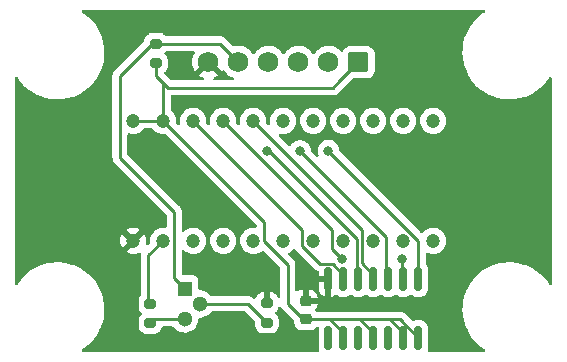
<source format=gtl>
G04 #@! TF.GenerationSoftware,KiCad,Pcbnew,(6.0.7)*
G04 #@! TF.CreationDate,2023-04-22T03:18:15-05:00*
G04 #@! TF.ProjectId,CCD_Board,4343445f-426f-4617-9264-2e6b69636164,rev?*
G04 #@! TF.SameCoordinates,Original*
G04 #@! TF.FileFunction,Copper,L1,Top*
G04 #@! TF.FilePolarity,Positive*
%FSLAX46Y46*%
G04 Gerber Fmt 4.6, Leading zero omitted, Abs format (unit mm)*
G04 Created by KiCad (PCBNEW (6.0.7)) date 2023-04-22 03:18:15*
%MOMM*%
%LPD*%
G01*
G04 APERTURE LIST*
G04 Aperture macros list*
%AMRoundRect*
0 Rectangle with rounded corners*
0 $1 Rounding radius*
0 $2 $3 $4 $5 $6 $7 $8 $9 X,Y pos of 4 corners*
0 Add a 4 corners polygon primitive as box body*
4,1,4,$2,$3,$4,$5,$6,$7,$8,$9,$2,$3,0*
0 Add four circle primitives for the rounded corners*
1,1,$1+$1,$2,$3*
1,1,$1+$1,$4,$5*
1,1,$1+$1,$6,$7*
1,1,$1+$1,$8,$9*
0 Add four rect primitives between the rounded corners*
20,1,$1+$1,$2,$3,$4,$5,0*
20,1,$1+$1,$4,$5,$6,$7,0*
20,1,$1+$1,$6,$7,$8,$9,0*
20,1,$1+$1,$8,$9,$2,$3,0*%
G04 Aperture macros list end*
G04 #@! TA.AperFunction,SMDPad,CuDef*
%ADD10RoundRect,0.200000X-0.275000X0.200000X-0.275000X-0.200000X0.275000X-0.200000X0.275000X0.200000X0*%
G04 #@! TD*
G04 #@! TA.AperFunction,SMDPad,CuDef*
%ADD11RoundRect,0.200000X0.275000X-0.200000X0.275000X0.200000X-0.275000X0.200000X-0.275000X-0.200000X0*%
G04 #@! TD*
G04 #@! TA.AperFunction,ComponentPad*
%ADD12R,1.300000X1.300000*%
G04 #@! TD*
G04 #@! TA.AperFunction,ComponentPad*
%ADD13C,1.300000*%
G04 #@! TD*
G04 #@! TA.AperFunction,SMDPad,CuDef*
%ADD14RoundRect,0.225000X-0.250000X0.225000X-0.250000X-0.225000X0.250000X-0.225000X0.250000X0.225000X0*%
G04 #@! TD*
G04 #@! TA.AperFunction,SMDPad,CuDef*
%ADD15RoundRect,0.150000X-0.150000X0.825000X-0.150000X-0.825000X0.150000X-0.825000X0.150000X0.825000X0*%
G04 #@! TD*
G04 #@! TA.AperFunction,ComponentPad*
%ADD16RoundRect,0.250000X0.620000X0.620000X-0.620000X0.620000X-0.620000X-0.620000X0.620000X-0.620000X0*%
G04 #@! TD*
G04 #@! TA.AperFunction,ComponentPad*
%ADD17C,1.740000*%
G04 #@! TD*
G04 #@! TA.AperFunction,ComponentPad*
%ADD18C,1.200000*%
G04 #@! TD*
G04 #@! TA.AperFunction,ViaPad*
%ADD19C,0.800000*%
G04 #@! TD*
G04 #@! TA.AperFunction,Conductor*
%ADD20C,0.250000*%
G04 #@! TD*
G04 APERTURE END LIST*
D10*
X97790000Y-53150000D03*
X97790000Y-54800000D03*
D11*
X107188000Y-76771000D03*
X107188000Y-75121000D03*
D12*
X100224000Y-73914000D03*
D13*
X101494000Y-75184000D03*
X100224000Y-76454000D03*
D14*
X110490000Y-74930000D03*
X110490000Y-76480000D03*
D15*
X120015000Y-73090000D03*
X118745000Y-73090000D03*
X117475000Y-73090000D03*
X116205000Y-73090000D03*
X114935000Y-73090000D03*
X113665000Y-73090000D03*
X112395000Y-73090000D03*
X112395000Y-78040000D03*
X113665000Y-78040000D03*
X114935000Y-78040000D03*
X116205000Y-78040000D03*
X117475000Y-78040000D03*
X118745000Y-78040000D03*
X120015000Y-78040000D03*
D10*
X97303000Y-75184000D03*
X97303000Y-76834000D03*
D16*
X114935000Y-54725000D03*
D17*
X112395000Y-54725000D03*
X109855000Y-54725000D03*
X107315000Y-54725000D03*
X104775000Y-54725000D03*
X102235000Y-54725000D03*
D18*
X95857000Y-59690000D03*
X98397000Y-59690000D03*
X100937000Y-59690000D03*
X103477000Y-59690000D03*
X106017000Y-59690000D03*
X108557000Y-59690000D03*
X111097000Y-59690000D03*
X113637000Y-59690000D03*
X116177000Y-59690000D03*
X118717000Y-59690000D03*
X121257000Y-59690000D03*
X121257000Y-69850000D03*
X118717000Y-69850000D03*
X116177000Y-69850000D03*
X113637000Y-69850000D03*
X111097000Y-69850000D03*
X108557000Y-69850000D03*
X106017000Y-69850000D03*
X103477000Y-69850000D03*
X100937000Y-69850000D03*
X98397000Y-69850000D03*
X95857000Y-69850000D03*
D19*
X105410000Y-73406000D03*
X112395000Y-62219852D03*
X109982000Y-62230000D03*
X107188000Y-62230000D03*
X118618000Y-71374000D03*
X113538000Y-71374000D03*
D20*
X114935000Y-54725000D02*
X113405000Y-56255000D01*
X116205000Y-78040000D02*
X116205000Y-77663249D01*
X118455000Y-76480000D02*
X117561751Y-76480000D01*
X108966000Y-75184000D02*
X108966000Y-71882000D01*
X113405000Y-56255000D02*
X113216278Y-56443722D01*
X112776000Y-56896000D02*
X113405000Y-56267000D01*
X118745000Y-77663249D02*
X117561751Y-76480000D01*
X98397000Y-56487000D02*
X98806000Y-56896000D01*
X118745000Y-78040000D02*
X118745000Y-77663249D01*
X106942000Y-68235000D02*
X106942000Y-69858000D01*
X108966000Y-71882000D02*
X106942000Y-69858000D01*
X98397000Y-59690000D02*
X106942000Y-68235000D01*
X120015000Y-78040000D02*
X118455000Y-76480000D01*
X116205000Y-77663249D02*
X115021751Y-76480000D01*
X113665000Y-77663249D02*
X112481751Y-76480000D01*
X113665000Y-78040000D02*
X113665000Y-77663249D01*
X112481751Y-76480000D02*
X110490000Y-76480000D01*
X98806000Y-56896000D02*
X112776000Y-56896000D01*
X95857000Y-59690000D02*
X98397000Y-59690000D01*
X115021751Y-76480000D02*
X112481751Y-76480000D01*
X110262000Y-76480000D02*
X108966000Y-75184000D01*
X97790000Y-55880000D02*
X98397000Y-56487000D01*
X110490000Y-76480000D02*
X110262000Y-76480000D01*
X117561751Y-76480000D02*
X115021751Y-76480000D01*
X97790000Y-54800000D02*
X97790000Y-55880000D01*
X113405000Y-56267000D02*
X113405000Y-56255000D01*
X98397000Y-56487000D02*
X98397000Y-59690000D01*
X120015000Y-73090000D02*
X120015000Y-69839852D01*
X120015000Y-69839852D02*
X112395000Y-62219852D01*
X117254120Y-69502120D02*
X117254120Y-72869120D01*
X109982000Y-62230000D02*
X117254120Y-69502120D01*
X117254120Y-72869120D02*
X117475000Y-73090000D01*
X107188000Y-62230000D02*
X107325148Y-62230000D01*
X114802000Y-69706852D02*
X114802000Y-72957000D01*
X114802000Y-72957000D02*
X114935000Y-73090000D01*
X107325148Y-62230000D02*
X114802000Y-69706852D01*
X99322000Y-73012000D02*
X99322000Y-67381500D01*
X94742000Y-55880000D02*
X97472000Y-53150000D01*
X103200000Y-53150000D02*
X104775000Y-54725000D01*
X94742000Y-62801500D02*
X94742000Y-55880000D01*
X97472000Y-53150000D02*
X97790000Y-53150000D01*
X100224000Y-73914000D02*
X99322000Y-73012000D01*
X99322000Y-67381500D02*
X94742000Y-62801500D01*
X97790000Y-53150000D02*
X103200000Y-53150000D01*
X107188000Y-76771000D02*
X105601000Y-75184000D01*
X105601000Y-75184000D02*
X101494000Y-75184000D01*
X97683000Y-76454000D02*
X97303000Y-76834000D01*
X100224000Y-76454000D02*
X97683000Y-76454000D01*
X97155000Y-71092000D02*
X97155000Y-74930000D01*
X98397000Y-69850000D02*
X97155000Y-71092000D01*
X112712000Y-70548000D02*
X113538000Y-71374000D01*
X112712000Y-68925000D02*
X112712000Y-70548000D01*
X118618000Y-71374000D02*
X118618000Y-72963000D01*
X118745000Y-72390000D02*
X118745000Y-73090000D01*
X118618000Y-72963000D02*
X118745000Y-73090000D01*
X103477000Y-59690000D02*
X112712000Y-68925000D01*
X106017000Y-59690000D02*
X115252000Y-68925000D01*
X115252000Y-68925000D02*
X115252000Y-71760249D01*
X115252000Y-71760249D02*
X116205000Y-72713249D01*
X116205000Y-72713249D02*
X116205000Y-73090000D01*
X111668000Y-71790000D02*
X112741751Y-71790000D01*
X113665000Y-72713249D02*
X113665000Y-73090000D01*
X100937000Y-59690000D02*
X110172000Y-68925000D01*
X112741751Y-71790000D02*
X113665000Y-72713249D01*
X110172000Y-70294000D02*
X111668000Y-71790000D01*
X110172000Y-68925000D02*
X110172000Y-70294000D01*
X100937000Y-59690000D02*
X100965000Y-59690000D01*
G04 #@! TA.AperFunction,Conductor*
G36*
X125608105Y-50312502D02*
G01*
X125654598Y-50366158D01*
X125664702Y-50436432D01*
X125635208Y-50501012D01*
X125605538Y-50526104D01*
X125481089Y-50601919D01*
X125165319Y-50840301D01*
X125163037Y-50842411D01*
X125163028Y-50842418D01*
X125003117Y-50990239D01*
X124874786Y-51108867D01*
X124872714Y-51111205D01*
X124872709Y-51111210D01*
X124614448Y-51402609D01*
X124614443Y-51402615D01*
X124612364Y-51404961D01*
X124380647Y-51725654D01*
X124181927Y-52067776D01*
X124180637Y-52070613D01*
X124180635Y-52070617D01*
X124019461Y-52425101D01*
X124018169Y-52427943D01*
X124017167Y-52430896D01*
X124017165Y-52430900D01*
X123983874Y-52528973D01*
X123890992Y-52802593D01*
X123801654Y-53188023D01*
X123779832Y-53357203D01*
X123753979Y-53557630D01*
X123751039Y-53580419D01*
X123739647Y-53975902D01*
X123739868Y-53979021D01*
X123739868Y-53979028D01*
X123763553Y-54313550D01*
X123767590Y-54370562D01*
X123834593Y-54760495D01*
X123835425Y-54763504D01*
X123835426Y-54763510D01*
X123887292Y-54951170D01*
X123939992Y-55141845D01*
X123941122Y-55144765D01*
X123941123Y-55144769D01*
X124081024Y-55506389D01*
X124082746Y-55510841D01*
X124084161Y-55513635D01*
X124084164Y-55513643D01*
X124249344Y-55839935D01*
X124261443Y-55863835D01*
X124263134Y-55866484D01*
X124263135Y-55866486D01*
X124402887Y-56085431D01*
X124474315Y-56197335D01*
X124719258Y-56508043D01*
X124721433Y-56510299D01*
X124721438Y-56510305D01*
X124831567Y-56624546D01*
X124993849Y-56792888D01*
X124996242Y-56794921D01*
X125292979Y-57047018D01*
X125292987Y-57047025D01*
X125295374Y-57049052D01*
X125297954Y-57050835D01*
X125618277Y-57272225D01*
X125618286Y-57272230D01*
X125620849Y-57274002D01*
X125623584Y-57275515D01*
X125623589Y-57275518D01*
X125709113Y-57322827D01*
X125967058Y-57465514D01*
X125969927Y-57466747D01*
X125969938Y-57466752D01*
X126327707Y-57620461D01*
X126330575Y-57621693D01*
X126333552Y-57622634D01*
X126333556Y-57622636D01*
X126462331Y-57663362D01*
X126707807Y-57740996D01*
X127095023Y-57822242D01*
X127098141Y-57822578D01*
X127485942Y-57864365D01*
X127485945Y-57864365D01*
X127488393Y-57864629D01*
X127490856Y-57864700D01*
X127490857Y-57864700D01*
X127494506Y-57864805D01*
X127545711Y-57866280D01*
X127816772Y-57866280D01*
X127818335Y-57866202D01*
X127818343Y-57866202D01*
X127914711Y-57861404D01*
X128112578Y-57851554D01*
X128115663Y-57851090D01*
X128115665Y-57851090D01*
X128500736Y-57793197D01*
X128503829Y-57792732D01*
X128705004Y-57741640D01*
X128884259Y-57696115D01*
X128884262Y-57696114D01*
X128887302Y-57695342D01*
X128997065Y-57655500D01*
X129256269Y-57561414D01*
X129256279Y-57561410D01*
X129259207Y-57560347D01*
X129615866Y-57389082D01*
X129953751Y-57183241D01*
X130269521Y-56944859D01*
X130271803Y-56942749D01*
X130271812Y-56942742D01*
X130480963Y-56749404D01*
X130560054Y-56676293D01*
X130590163Y-56642321D01*
X130820392Y-56382551D01*
X130820397Y-56382545D01*
X130822476Y-56380199D01*
X131054193Y-56059506D01*
X131082547Y-56010691D01*
X131134057Y-55961834D01*
X131203806Y-55948580D01*
X131269647Y-55975140D01*
X131310678Y-56033080D01*
X131317500Y-56073978D01*
X131317499Y-73470340D01*
X131297497Y-73538461D01*
X131243841Y-73584954D01*
X131173567Y-73595058D01*
X131108987Y-73565564D01*
X131085291Y-73538132D01*
X130965121Y-73349865D01*
X130960525Y-73342665D01*
X130715582Y-73031957D01*
X130713407Y-73029701D01*
X130713402Y-73029695D01*
X130525068Y-72834329D01*
X130440991Y-72747112D01*
X130302553Y-72629500D01*
X130141861Y-72492982D01*
X130141853Y-72492975D01*
X130139466Y-72490948D01*
X130000841Y-72395138D01*
X129816563Y-72267775D01*
X129816554Y-72267770D01*
X129813991Y-72265998D01*
X129811256Y-72264485D01*
X129811251Y-72264482D01*
X129594177Y-72144404D01*
X129467782Y-72074486D01*
X129464913Y-72073253D01*
X129464902Y-72073248D01*
X129107133Y-71919539D01*
X129107130Y-71919538D01*
X129104265Y-71918307D01*
X129101288Y-71917366D01*
X129101284Y-71917364D01*
X128935773Y-71865020D01*
X128727033Y-71799004D01*
X128684259Y-71790029D01*
X128403228Y-71731063D01*
X128339817Y-71717758D01*
X128321943Y-71715832D01*
X127948898Y-71675635D01*
X127948895Y-71675635D01*
X127946447Y-71675371D01*
X127943984Y-71675300D01*
X127943983Y-71675300D01*
X127940334Y-71675195D01*
X127889129Y-71673720D01*
X127618068Y-71673720D01*
X127616505Y-71673798D01*
X127616497Y-71673798D01*
X127520129Y-71678596D01*
X127322262Y-71688446D01*
X127319177Y-71688910D01*
X127319175Y-71688910D01*
X126972232Y-71741071D01*
X126931011Y-71747268D01*
X126927976Y-71748039D01*
X126927975Y-71748039D01*
X126550581Y-71843885D01*
X126550578Y-71843886D01*
X126547538Y-71844658D01*
X126544591Y-71845728D01*
X126544590Y-71845728D01*
X126178571Y-71978586D01*
X126178561Y-71978590D01*
X126175633Y-71979653D01*
X125818974Y-72150918D01*
X125481089Y-72356759D01*
X125165319Y-72595141D01*
X125163037Y-72597251D01*
X125163028Y-72597258D01*
X124991844Y-72755500D01*
X124874786Y-72863707D01*
X124872714Y-72866045D01*
X124872709Y-72866050D01*
X124614448Y-73157449D01*
X124614443Y-73157455D01*
X124612364Y-73159801D01*
X124380647Y-73480494D01*
X124181927Y-73822616D01*
X124180637Y-73825453D01*
X124180635Y-73825457D01*
X124045804Y-74122002D01*
X124018169Y-74182783D01*
X124017167Y-74185736D01*
X124017165Y-74185740D01*
X124005921Y-74218865D01*
X123890992Y-74557433D01*
X123867320Y-74659562D01*
X123804575Y-74930263D01*
X123801654Y-74942863D01*
X123784980Y-75072131D01*
X123752662Y-75322680D01*
X123751039Y-75335259D01*
X123739647Y-75730742D01*
X123739868Y-75733861D01*
X123739868Y-75733868D01*
X123758690Y-75999705D01*
X123767590Y-76125402D01*
X123834593Y-76515335D01*
X123835425Y-76518344D01*
X123835426Y-76518350D01*
X123846643Y-76558933D01*
X123939992Y-76896685D01*
X123941122Y-76899605D01*
X123941123Y-76899609D01*
X124079562Y-77257450D01*
X124082746Y-77265681D01*
X124084161Y-77268475D01*
X124084164Y-77268483D01*
X124260024Y-77615872D01*
X124261443Y-77618675D01*
X124263134Y-77621324D01*
X124263135Y-77621326D01*
X124336564Y-77736365D01*
X124474315Y-77952175D01*
X124719258Y-78262883D01*
X124721433Y-78265139D01*
X124721438Y-78265145D01*
X124771597Y-78317177D01*
X124993849Y-78547728D01*
X124996242Y-78549761D01*
X125292979Y-78801858D01*
X125292987Y-78801865D01*
X125295374Y-78803892D01*
X125534021Y-78968831D01*
X125615749Y-79025317D01*
X125660415Y-79080503D01*
X125668156Y-79151076D01*
X125636512Y-79214631D01*
X125575532Y-79250989D01*
X125544085Y-79254970D01*
X124751957Y-79254806D01*
X120905500Y-79254011D01*
X120837383Y-79233995D01*
X120790902Y-79180330D01*
X120780812Y-79110054D01*
X120784529Y-79092858D01*
X120785093Y-79090916D01*
X120820562Y-78968831D01*
X120822983Y-78938081D01*
X120823307Y-78933958D01*
X120823307Y-78933950D01*
X120823500Y-78931502D01*
X120823500Y-77148498D01*
X120822320Y-77133502D01*
X120821067Y-77117579D01*
X120821066Y-77117574D01*
X120820562Y-77111169D01*
X120774145Y-76951399D01*
X120756614Y-76921755D01*
X120693491Y-76815020D01*
X120693489Y-76815017D01*
X120689453Y-76808193D01*
X120571807Y-76690547D01*
X120564983Y-76686511D01*
X120564980Y-76686509D01*
X120435427Y-76609892D01*
X120435428Y-76609892D01*
X120428601Y-76605855D01*
X120420990Y-76603644D01*
X120420988Y-76603643D01*
X120351657Y-76583501D01*
X120268831Y-76559438D01*
X120262426Y-76558934D01*
X120262421Y-76558933D01*
X120233958Y-76556693D01*
X120233950Y-76556693D01*
X120231502Y-76556500D01*
X119798498Y-76556500D01*
X119796050Y-76556693D01*
X119796042Y-76556693D01*
X119767579Y-76558933D01*
X119767574Y-76558934D01*
X119761169Y-76559438D01*
X119678343Y-76583501D01*
X119609012Y-76603643D01*
X119609010Y-76603644D01*
X119601399Y-76605855D01*
X119594574Y-76609892D01*
X119593750Y-76610248D01*
X119523288Y-76618946D01*
X119454612Y-76583707D01*
X118958652Y-76087747D01*
X118951112Y-76079461D01*
X118947000Y-76072982D01*
X118897348Y-76026356D01*
X118894507Y-76023602D01*
X118874770Y-76003865D01*
X118871573Y-76001385D01*
X118862551Y-75993680D01*
X118850344Y-75982217D01*
X118830321Y-75963414D01*
X118823375Y-75959595D01*
X118823372Y-75959593D01*
X118812566Y-75953652D01*
X118796047Y-75942801D01*
X118795583Y-75942441D01*
X118780041Y-75930386D01*
X118772772Y-75927241D01*
X118772768Y-75927238D01*
X118739463Y-75912826D01*
X118728813Y-75907609D01*
X118690060Y-75886305D01*
X118670437Y-75881267D01*
X118651734Y-75874863D01*
X118640420Y-75869967D01*
X118640419Y-75869967D01*
X118633145Y-75866819D01*
X118625322Y-75865580D01*
X118625312Y-75865577D01*
X118589476Y-75859901D01*
X118577856Y-75857495D01*
X118542711Y-75848472D01*
X118542710Y-75848472D01*
X118535030Y-75846500D01*
X118514776Y-75846500D01*
X118495065Y-75844949D01*
X118482886Y-75843020D01*
X118475057Y-75841780D01*
X118467165Y-75842526D01*
X118431039Y-75845941D01*
X118419181Y-75846500D01*
X117621527Y-75846500D01*
X117601816Y-75844949D01*
X117589637Y-75843020D01*
X117581808Y-75841780D01*
X117573916Y-75842526D01*
X117537790Y-75845941D01*
X117525932Y-75846500D01*
X115081527Y-75846500D01*
X115061816Y-75844949D01*
X115049637Y-75843020D01*
X115041808Y-75841780D01*
X115033916Y-75842526D01*
X114997790Y-75845941D01*
X114985932Y-75846500D01*
X112541527Y-75846500D01*
X112521816Y-75844949D01*
X112509637Y-75843020D01*
X112501808Y-75841780D01*
X112493916Y-75842526D01*
X112457790Y-75845941D01*
X112445932Y-75846500D01*
X111418379Y-75846500D01*
X111350258Y-75826498D01*
X111321116Y-75800106D01*
X111318752Y-75796287D01*
X111313568Y-75791112D01*
X111309022Y-75785376D01*
X111310829Y-75783944D01*
X111282098Y-75731425D01*
X111287108Y-75660605D01*
X111310499Y-75624147D01*
X111309448Y-75623317D01*
X111322998Y-75606160D01*
X111405004Y-75473120D01*
X111411151Y-75459939D01*
X111460491Y-75311186D01*
X111463358Y-75297810D01*
X111472672Y-75206903D01*
X111472929Y-75201874D01*
X111468525Y-75186876D01*
X111467135Y-75185671D01*
X111459452Y-75184000D01*
X110362000Y-75184000D01*
X110293879Y-75163998D01*
X110247386Y-75110342D01*
X110236000Y-75058000D01*
X110236000Y-74657885D01*
X110744000Y-74657885D01*
X110748475Y-74673124D01*
X110749865Y-74674329D01*
X110757548Y-74676000D01*
X111454885Y-74676000D01*
X111470124Y-74671525D01*
X111471329Y-74670135D01*
X111473000Y-74662452D01*
X111473000Y-74659562D01*
X111472663Y-74653047D01*
X111463106Y-74560943D01*
X111460212Y-74547544D01*
X111410619Y-74398893D01*
X111404445Y-74385714D01*
X111322212Y-74252827D01*
X111313176Y-74241426D01*
X111202571Y-74131014D01*
X111191160Y-74122002D01*
X111058120Y-74039996D01*
X111044939Y-74033849D01*
X110896186Y-73984509D01*
X110882810Y-73981642D01*
X110856867Y-73978984D01*
X111587001Y-73978984D01*
X111587195Y-73983920D01*
X111589430Y-74012336D01*
X111591730Y-74024931D01*
X111634107Y-74170790D01*
X111640352Y-74185221D01*
X111716911Y-74314678D01*
X111726551Y-74327104D01*
X111832896Y-74433449D01*
X111845322Y-74443089D01*
X111974779Y-74519648D01*
X111989210Y-74525893D01*
X112123605Y-74564939D01*
X112137706Y-74564899D01*
X112141000Y-74557630D01*
X112141000Y-73362115D01*
X112136525Y-73346876D01*
X112135135Y-73345671D01*
X112127452Y-73344000D01*
X111605116Y-73344000D01*
X111589877Y-73348475D01*
X111588672Y-73349865D01*
X111587001Y-73357548D01*
X111587001Y-73978984D01*
X110856867Y-73978984D01*
X110791903Y-73972328D01*
X110785486Y-73972000D01*
X110762115Y-73972000D01*
X110746876Y-73976475D01*
X110745671Y-73977865D01*
X110744000Y-73985548D01*
X110744000Y-74657885D01*
X110236000Y-74657885D01*
X110236000Y-73990115D01*
X110231525Y-73974876D01*
X110230135Y-73973671D01*
X110222452Y-73972000D01*
X110194562Y-73972000D01*
X110188047Y-73972337D01*
X110095943Y-73981894D01*
X110082544Y-73984788D01*
X109933893Y-74034381D01*
X109920715Y-74040554D01*
X109791803Y-74120328D01*
X109723351Y-74139166D01*
X109655582Y-74118005D01*
X109610010Y-74063564D01*
X109599500Y-74013184D01*
X109599500Y-71960767D01*
X109600027Y-71949584D01*
X109601702Y-71942091D01*
X109599562Y-71874014D01*
X109599500Y-71870055D01*
X109599500Y-71842144D01*
X109598995Y-71838144D01*
X109598062Y-71826301D01*
X109596922Y-71790029D01*
X109596673Y-71782110D01*
X109591022Y-71762658D01*
X109587014Y-71743306D01*
X109585467Y-71731063D01*
X109584474Y-71723203D01*
X109570897Y-71688910D01*
X109568200Y-71682097D01*
X109564355Y-71670870D01*
X109560339Y-71657049D01*
X109552018Y-71628407D01*
X109547984Y-71621585D01*
X109547981Y-71621579D01*
X109541706Y-71610968D01*
X109533010Y-71593218D01*
X109528472Y-71581756D01*
X109528469Y-71581751D01*
X109525552Y-71574383D01*
X109499573Y-71538625D01*
X109493057Y-71528707D01*
X109474575Y-71497457D01*
X109470542Y-71490637D01*
X109456218Y-71476313D01*
X109443376Y-71461278D01*
X109431472Y-71444893D01*
X109397406Y-71416711D01*
X109388627Y-71408722D01*
X109023082Y-71043177D01*
X108989056Y-70980865D01*
X108994121Y-70910050D01*
X109036668Y-70853214D01*
X109050598Y-70844155D01*
X109187551Y-70767458D01*
X109344186Y-70637186D01*
X109399926Y-70570166D01*
X109458863Y-70530582D01*
X109529846Y-70529146D01*
X109590336Y-70566313D01*
X109607216Y-70590037D01*
X109609530Y-70594246D01*
X109612448Y-70601617D01*
X109617104Y-70608026D01*
X109617106Y-70608029D01*
X109638436Y-70637387D01*
X109644952Y-70647307D01*
X109659692Y-70672230D01*
X109667458Y-70685362D01*
X109681779Y-70699683D01*
X109694619Y-70714716D01*
X109706528Y-70731107D01*
X109712634Y-70736158D01*
X109740605Y-70759298D01*
X109749384Y-70767288D01*
X111164343Y-72182247D01*
X111171887Y-72190537D01*
X111176000Y-72197018D01*
X111181777Y-72202443D01*
X111225667Y-72243658D01*
X111228509Y-72246413D01*
X111248230Y-72266134D01*
X111251425Y-72268612D01*
X111260447Y-72276318D01*
X111292679Y-72306586D01*
X111299628Y-72310406D01*
X111310432Y-72316346D01*
X111326956Y-72327199D01*
X111342959Y-72339613D01*
X111383543Y-72357176D01*
X111394173Y-72362383D01*
X111432940Y-72383695D01*
X111440617Y-72385666D01*
X111440622Y-72385668D01*
X111452558Y-72388732D01*
X111471266Y-72395137D01*
X111489855Y-72403181D01*
X111496574Y-72404245D01*
X111555987Y-72442187D01*
X111585665Y-72506683D01*
X111587000Y-72524973D01*
X111587000Y-72817885D01*
X111591475Y-72833124D01*
X111592865Y-72834329D01*
X111600548Y-72836000D01*
X112523000Y-72836000D01*
X112591121Y-72856002D01*
X112637614Y-72909658D01*
X112649000Y-72962000D01*
X112649000Y-74551878D01*
X112652973Y-74565409D01*
X112660871Y-74566544D01*
X112800790Y-74525893D01*
X112815221Y-74519648D01*
X112944676Y-74443090D01*
X112952364Y-74437126D01*
X113018449Y-74411179D01*
X113088072Y-74425080D01*
X113104158Y-74435418D01*
X113108193Y-74439453D01*
X113251399Y-74524145D01*
X113259010Y-74526356D01*
X113259012Y-74526357D01*
X113311231Y-74541528D01*
X113411169Y-74570562D01*
X113417574Y-74571066D01*
X113417579Y-74571067D01*
X113446042Y-74573307D01*
X113446050Y-74573307D01*
X113448498Y-74573500D01*
X113881502Y-74573500D01*
X113883950Y-74573307D01*
X113883958Y-74573307D01*
X113912421Y-74571067D01*
X113912426Y-74571066D01*
X113918831Y-74570562D01*
X114018769Y-74541528D01*
X114070988Y-74526357D01*
X114070990Y-74526356D01*
X114078601Y-74524145D01*
X114221807Y-74439453D01*
X114224489Y-74436771D01*
X114288861Y-74411498D01*
X114358484Y-74425400D01*
X114374312Y-74435572D01*
X114378193Y-74439453D01*
X114521399Y-74524145D01*
X114529010Y-74526356D01*
X114529012Y-74526357D01*
X114581231Y-74541528D01*
X114681169Y-74570562D01*
X114687574Y-74571066D01*
X114687579Y-74571067D01*
X114716042Y-74573307D01*
X114716050Y-74573307D01*
X114718498Y-74573500D01*
X115151502Y-74573500D01*
X115153950Y-74573307D01*
X115153958Y-74573307D01*
X115182421Y-74571067D01*
X115182426Y-74571066D01*
X115188831Y-74570562D01*
X115288769Y-74541528D01*
X115340988Y-74526357D01*
X115340990Y-74526356D01*
X115348601Y-74524145D01*
X115491807Y-74439453D01*
X115494489Y-74436771D01*
X115558861Y-74411498D01*
X115628484Y-74425400D01*
X115644312Y-74435572D01*
X115648193Y-74439453D01*
X115791399Y-74524145D01*
X115799010Y-74526356D01*
X115799012Y-74526357D01*
X115851231Y-74541528D01*
X115951169Y-74570562D01*
X115957574Y-74571066D01*
X115957579Y-74571067D01*
X115986042Y-74573307D01*
X115986050Y-74573307D01*
X115988498Y-74573500D01*
X116421502Y-74573500D01*
X116423950Y-74573307D01*
X116423958Y-74573307D01*
X116452421Y-74571067D01*
X116452426Y-74571066D01*
X116458831Y-74570562D01*
X116558769Y-74541528D01*
X116610988Y-74526357D01*
X116610990Y-74526356D01*
X116618601Y-74524145D01*
X116761807Y-74439453D01*
X116764489Y-74436771D01*
X116828861Y-74411498D01*
X116898484Y-74425400D01*
X116914312Y-74435572D01*
X116918193Y-74439453D01*
X117061399Y-74524145D01*
X117069010Y-74526356D01*
X117069012Y-74526357D01*
X117121231Y-74541528D01*
X117221169Y-74570562D01*
X117227574Y-74571066D01*
X117227579Y-74571067D01*
X117256042Y-74573307D01*
X117256050Y-74573307D01*
X117258498Y-74573500D01*
X117691502Y-74573500D01*
X117693950Y-74573307D01*
X117693958Y-74573307D01*
X117722421Y-74571067D01*
X117722426Y-74571066D01*
X117728831Y-74570562D01*
X117828769Y-74541528D01*
X117880988Y-74526357D01*
X117880990Y-74526356D01*
X117888601Y-74524145D01*
X118031807Y-74439453D01*
X118034489Y-74436771D01*
X118098861Y-74411498D01*
X118168484Y-74425400D01*
X118184312Y-74435572D01*
X118188193Y-74439453D01*
X118331399Y-74524145D01*
X118339010Y-74526356D01*
X118339012Y-74526357D01*
X118391231Y-74541528D01*
X118491169Y-74570562D01*
X118497574Y-74571066D01*
X118497579Y-74571067D01*
X118526042Y-74573307D01*
X118526050Y-74573307D01*
X118528498Y-74573500D01*
X118961502Y-74573500D01*
X118963950Y-74573307D01*
X118963958Y-74573307D01*
X118992421Y-74571067D01*
X118992426Y-74571066D01*
X118998831Y-74570562D01*
X119098769Y-74541528D01*
X119150988Y-74526357D01*
X119150990Y-74526356D01*
X119158601Y-74524145D01*
X119301807Y-74439453D01*
X119304489Y-74436771D01*
X119368861Y-74411498D01*
X119438484Y-74425400D01*
X119454312Y-74435572D01*
X119458193Y-74439453D01*
X119601399Y-74524145D01*
X119609010Y-74526356D01*
X119609012Y-74526357D01*
X119661231Y-74541528D01*
X119761169Y-74570562D01*
X119767574Y-74571066D01*
X119767579Y-74571067D01*
X119796042Y-74573307D01*
X119796050Y-74573307D01*
X119798498Y-74573500D01*
X120231502Y-74573500D01*
X120233950Y-74573307D01*
X120233958Y-74573307D01*
X120262421Y-74571067D01*
X120262426Y-74571066D01*
X120268831Y-74570562D01*
X120368769Y-74541528D01*
X120420988Y-74526357D01*
X120420990Y-74526356D01*
X120428601Y-74524145D01*
X120488907Y-74488480D01*
X120564980Y-74443491D01*
X120564983Y-74443489D01*
X120571807Y-74439453D01*
X120689453Y-74321807D01*
X120693489Y-74314983D01*
X120693491Y-74314980D01*
X120770108Y-74185427D01*
X120774145Y-74178601D01*
X120776415Y-74170790D01*
X120818015Y-74027598D01*
X120820562Y-74018831D01*
X120821074Y-74012336D01*
X120823307Y-73983958D01*
X120823307Y-73983950D01*
X120823500Y-73981502D01*
X120823500Y-72198498D01*
X120822221Y-72182247D01*
X120821067Y-72167579D01*
X120821066Y-72167574D01*
X120820562Y-72161169D01*
X120774145Y-72001399D01*
X120725733Y-71919539D01*
X120693491Y-71865020D01*
X120693489Y-71865017D01*
X120689453Y-71858193D01*
X120683845Y-71852585D01*
X120678989Y-71846325D01*
X120680496Y-71845156D01*
X120651379Y-71791833D01*
X120648500Y-71765050D01*
X120648500Y-70986401D01*
X120668502Y-70918280D01*
X120722158Y-70871787D01*
X120792432Y-70861683D01*
X120824238Y-70870634D01*
X120907671Y-70906480D01*
X120907680Y-70906483D01*
X120912987Y-70908763D01*
X120970417Y-70921758D01*
X121106055Y-70952450D01*
X121106060Y-70952451D01*
X121111692Y-70953725D01*
X121117463Y-70953952D01*
X121117465Y-70953952D01*
X121180470Y-70956427D01*
X121315263Y-70961723D01*
X121516883Y-70932490D01*
X121522347Y-70930635D01*
X121522352Y-70930634D01*
X121704327Y-70868862D01*
X121704332Y-70868860D01*
X121709799Y-70867004D01*
X121715653Y-70863726D01*
X121799930Y-70816528D01*
X121887551Y-70767458D01*
X122044186Y-70637186D01*
X122174458Y-70480551D01*
X122274004Y-70302799D01*
X122275860Y-70297332D01*
X122275862Y-70297327D01*
X122337634Y-70115352D01*
X122337635Y-70115347D01*
X122339490Y-70109883D01*
X122368723Y-69908263D01*
X122370249Y-69850000D01*
X122358860Y-69726049D01*
X122352137Y-69652880D01*
X122352136Y-69652877D01*
X122351608Y-69647126D01*
X122296307Y-69451047D01*
X122285776Y-69429691D01*
X122208756Y-69273510D01*
X122206201Y-69268329D01*
X122192012Y-69249327D01*
X122087758Y-69109715D01*
X122087758Y-69109714D01*
X122084305Y-69105091D01*
X121934703Y-68966800D01*
X121828947Y-68900073D01*
X121767288Y-68861169D01*
X121767283Y-68861167D01*
X121762404Y-68858088D01*
X121573180Y-68782595D01*
X121397919Y-68747733D01*
X121379032Y-68743976D01*
X121379031Y-68743976D01*
X121373366Y-68742849D01*
X121367592Y-68742773D01*
X121367588Y-68742773D01*
X121264452Y-68741424D01*
X121169655Y-68740183D01*
X121163958Y-68741162D01*
X121163957Y-68741162D01*
X121005755Y-68768346D01*
X120968870Y-68774684D01*
X120777734Y-68845198D01*
X120772773Y-68848150D01*
X120772772Y-68848150D01*
X120656939Y-68917064D01*
X120602649Y-68949363D01*
X120449478Y-69083690D01*
X120445907Y-69088220D01*
X120445906Y-69088221D01*
X120407335Y-69137148D01*
X120349454Y-69178261D01*
X120278534Y-69181555D01*
X120219290Y-69148237D01*
X113342122Y-62271069D01*
X113308096Y-62208757D01*
X113305907Y-62195144D01*
X113289232Y-62036487D01*
X113289232Y-62036485D01*
X113288542Y-62029924D01*
X113229527Y-61848296D01*
X113205773Y-61807152D01*
X113137341Y-61688626D01*
X113134040Y-61682908D01*
X113121235Y-61668686D01*
X113010675Y-61545897D01*
X113010674Y-61545896D01*
X113006253Y-61540986D01*
X112871061Y-61442763D01*
X112857094Y-61432615D01*
X112857093Y-61432614D01*
X112851752Y-61428734D01*
X112845724Y-61426050D01*
X112845722Y-61426049D01*
X112683319Y-61353743D01*
X112683318Y-61353743D01*
X112677288Y-61351058D01*
X112583888Y-61331205D01*
X112496944Y-61312724D01*
X112496939Y-61312724D01*
X112490487Y-61311352D01*
X112299513Y-61311352D01*
X112293061Y-61312724D01*
X112293056Y-61312724D01*
X112206112Y-61331205D01*
X112112712Y-61351058D01*
X112106682Y-61353743D01*
X112106681Y-61353743D01*
X111944278Y-61426049D01*
X111944276Y-61426050D01*
X111938248Y-61428734D01*
X111932907Y-61432614D01*
X111932906Y-61432615D01*
X111918939Y-61442763D01*
X111783747Y-61540986D01*
X111779326Y-61545896D01*
X111779325Y-61545897D01*
X111668766Y-61668686D01*
X111655960Y-61682908D01*
X111652659Y-61688626D01*
X111584228Y-61807152D01*
X111560473Y-61848296D01*
X111501458Y-62029924D01*
X111500768Y-62036485D01*
X111500768Y-62036487D01*
X111484093Y-62195144D01*
X111481496Y-62219852D01*
X111501458Y-62409780D01*
X111543476Y-62539095D01*
X111552869Y-62568004D01*
X111554897Y-62638972D01*
X111518234Y-62699770D01*
X111454522Y-62731096D01*
X111383988Y-62723003D01*
X111343941Y-62696036D01*
X110929122Y-62281217D01*
X110895096Y-62218905D01*
X110892907Y-62205292D01*
X110891841Y-62195144D01*
X110875542Y-62040072D01*
X110816527Y-61858444D01*
X110786914Y-61807152D01*
X110724341Y-61698774D01*
X110721040Y-61693056D01*
X110593253Y-61551134D01*
X110438752Y-61438882D01*
X110432724Y-61436198D01*
X110432722Y-61436197D01*
X110270319Y-61363891D01*
X110270318Y-61363891D01*
X110264288Y-61361206D01*
X110157456Y-61338498D01*
X110083944Y-61322872D01*
X110083939Y-61322872D01*
X110077487Y-61321500D01*
X109886513Y-61321500D01*
X109880061Y-61322872D01*
X109880056Y-61322872D01*
X109806544Y-61338498D01*
X109699712Y-61361206D01*
X109693682Y-61363891D01*
X109693681Y-61363891D01*
X109531278Y-61436197D01*
X109531276Y-61436198D01*
X109525248Y-61438882D01*
X109370747Y-61551134D01*
X109242960Y-61693056D01*
X109239659Y-61698774D01*
X109205373Y-61758159D01*
X109153991Y-61807152D01*
X109084277Y-61820588D01*
X109018366Y-61794202D01*
X109007159Y-61784254D01*
X108209266Y-60986361D01*
X108175240Y-60924049D01*
X108180305Y-60853234D01*
X108222852Y-60796398D01*
X108289372Y-60771587D01*
X108326167Y-60774373D01*
X108358867Y-60781772D01*
X108406056Y-60792450D01*
X108406059Y-60792450D01*
X108411692Y-60793725D01*
X108417463Y-60793952D01*
X108417465Y-60793952D01*
X108479727Y-60796398D01*
X108615263Y-60801723D01*
X108816883Y-60772490D01*
X108822347Y-60770635D01*
X108822352Y-60770634D01*
X109004327Y-60708862D01*
X109004332Y-60708860D01*
X109009799Y-60707004D01*
X109187551Y-60607458D01*
X109344186Y-60477186D01*
X109474458Y-60320551D01*
X109574004Y-60142799D01*
X109575860Y-60137332D01*
X109575862Y-60137327D01*
X109637634Y-59955352D01*
X109637635Y-59955347D01*
X109639490Y-59949883D01*
X109668723Y-59748263D01*
X109670249Y-59690000D01*
X109667571Y-59660859D01*
X109984132Y-59660859D01*
X109997457Y-59864151D01*
X110047605Y-60061610D01*
X110132898Y-60246624D01*
X110250479Y-60412997D01*
X110396410Y-60555157D01*
X110401206Y-60558362D01*
X110401209Y-60558364D01*
X110469149Y-60603760D01*
X110565803Y-60668342D01*
X110571106Y-60670620D01*
X110571109Y-60670622D01*
X110660115Y-60708862D01*
X110752987Y-60748763D01*
X110805896Y-60760735D01*
X110946055Y-60792450D01*
X110946060Y-60792451D01*
X110951692Y-60793725D01*
X110957463Y-60793952D01*
X110957465Y-60793952D01*
X111019727Y-60796398D01*
X111155263Y-60801723D01*
X111356883Y-60772490D01*
X111362347Y-60770635D01*
X111362352Y-60770634D01*
X111544327Y-60708862D01*
X111544332Y-60708860D01*
X111549799Y-60707004D01*
X111727551Y-60607458D01*
X111884186Y-60477186D01*
X112014458Y-60320551D01*
X112114004Y-60142799D01*
X112115860Y-60137332D01*
X112115862Y-60137327D01*
X112177634Y-59955352D01*
X112177635Y-59955347D01*
X112179490Y-59949883D01*
X112208723Y-59748263D01*
X112210249Y-59690000D01*
X112207571Y-59660859D01*
X112524132Y-59660859D01*
X112537457Y-59864151D01*
X112587605Y-60061610D01*
X112672898Y-60246624D01*
X112790479Y-60412997D01*
X112936410Y-60555157D01*
X112941206Y-60558362D01*
X112941209Y-60558364D01*
X113009149Y-60603760D01*
X113105803Y-60668342D01*
X113111106Y-60670620D01*
X113111109Y-60670622D01*
X113200115Y-60708862D01*
X113292987Y-60748763D01*
X113345896Y-60760735D01*
X113486055Y-60792450D01*
X113486060Y-60792451D01*
X113491692Y-60793725D01*
X113497463Y-60793952D01*
X113497465Y-60793952D01*
X113559727Y-60796398D01*
X113695263Y-60801723D01*
X113896883Y-60772490D01*
X113902347Y-60770635D01*
X113902352Y-60770634D01*
X114084327Y-60708862D01*
X114084332Y-60708860D01*
X114089799Y-60707004D01*
X114267551Y-60607458D01*
X114424186Y-60477186D01*
X114554458Y-60320551D01*
X114654004Y-60142799D01*
X114655860Y-60137332D01*
X114655862Y-60137327D01*
X114717634Y-59955352D01*
X114717635Y-59955347D01*
X114719490Y-59949883D01*
X114748723Y-59748263D01*
X114750249Y-59690000D01*
X114747571Y-59660859D01*
X115064132Y-59660859D01*
X115077457Y-59864151D01*
X115127605Y-60061610D01*
X115212898Y-60246624D01*
X115330479Y-60412997D01*
X115476410Y-60555157D01*
X115481206Y-60558362D01*
X115481209Y-60558364D01*
X115549149Y-60603760D01*
X115645803Y-60668342D01*
X115651106Y-60670620D01*
X115651109Y-60670622D01*
X115740115Y-60708862D01*
X115832987Y-60748763D01*
X115885896Y-60760735D01*
X116026055Y-60792450D01*
X116026060Y-60792451D01*
X116031692Y-60793725D01*
X116037463Y-60793952D01*
X116037465Y-60793952D01*
X116099727Y-60796398D01*
X116235263Y-60801723D01*
X116436883Y-60772490D01*
X116442347Y-60770635D01*
X116442352Y-60770634D01*
X116624327Y-60708862D01*
X116624332Y-60708860D01*
X116629799Y-60707004D01*
X116807551Y-60607458D01*
X116964186Y-60477186D01*
X117094458Y-60320551D01*
X117194004Y-60142799D01*
X117195860Y-60137332D01*
X117195862Y-60137327D01*
X117257634Y-59955352D01*
X117257635Y-59955347D01*
X117259490Y-59949883D01*
X117288723Y-59748263D01*
X117290249Y-59690000D01*
X117287571Y-59660859D01*
X117604132Y-59660859D01*
X117617457Y-59864151D01*
X117667605Y-60061610D01*
X117752898Y-60246624D01*
X117870479Y-60412997D01*
X118016410Y-60555157D01*
X118021206Y-60558362D01*
X118021209Y-60558364D01*
X118089149Y-60603760D01*
X118185803Y-60668342D01*
X118191106Y-60670620D01*
X118191109Y-60670622D01*
X118280115Y-60708862D01*
X118372987Y-60748763D01*
X118425896Y-60760735D01*
X118566055Y-60792450D01*
X118566060Y-60792451D01*
X118571692Y-60793725D01*
X118577463Y-60793952D01*
X118577465Y-60793952D01*
X118639727Y-60796398D01*
X118775263Y-60801723D01*
X118976883Y-60772490D01*
X118982347Y-60770635D01*
X118982352Y-60770634D01*
X119164327Y-60708862D01*
X119164332Y-60708860D01*
X119169799Y-60707004D01*
X119347551Y-60607458D01*
X119504186Y-60477186D01*
X119634458Y-60320551D01*
X119734004Y-60142799D01*
X119735860Y-60137332D01*
X119735862Y-60137327D01*
X119797634Y-59955352D01*
X119797635Y-59955347D01*
X119799490Y-59949883D01*
X119828723Y-59748263D01*
X119830249Y-59690000D01*
X119827571Y-59660859D01*
X120144132Y-59660859D01*
X120157457Y-59864151D01*
X120207605Y-60061610D01*
X120292898Y-60246624D01*
X120410479Y-60412997D01*
X120556410Y-60555157D01*
X120561206Y-60558362D01*
X120561209Y-60558364D01*
X120629149Y-60603760D01*
X120725803Y-60668342D01*
X120731106Y-60670620D01*
X120731109Y-60670622D01*
X120820115Y-60708862D01*
X120912987Y-60748763D01*
X120965896Y-60760735D01*
X121106055Y-60792450D01*
X121106060Y-60792451D01*
X121111692Y-60793725D01*
X121117463Y-60793952D01*
X121117465Y-60793952D01*
X121179727Y-60796398D01*
X121315263Y-60801723D01*
X121516883Y-60772490D01*
X121522347Y-60770635D01*
X121522352Y-60770634D01*
X121704327Y-60708862D01*
X121704332Y-60708860D01*
X121709799Y-60707004D01*
X121887551Y-60607458D01*
X122044186Y-60477186D01*
X122174458Y-60320551D01*
X122274004Y-60142799D01*
X122275860Y-60137332D01*
X122275862Y-60137327D01*
X122337634Y-59955352D01*
X122337635Y-59955347D01*
X122339490Y-59949883D01*
X122368723Y-59748263D01*
X122370249Y-59690000D01*
X122351608Y-59487126D01*
X122296307Y-59291047D01*
X122285680Y-59269496D01*
X122208756Y-59113510D01*
X122206201Y-59108329D01*
X122187796Y-59083681D01*
X122087758Y-58949715D01*
X122087758Y-58949714D01*
X122084305Y-58945091D01*
X121934703Y-58806800D01*
X121851066Y-58754029D01*
X121767288Y-58701169D01*
X121767283Y-58701167D01*
X121762404Y-58698088D01*
X121573180Y-58622595D01*
X121373366Y-58582849D01*
X121367592Y-58582773D01*
X121367588Y-58582773D01*
X121264452Y-58581424D01*
X121169655Y-58580183D01*
X121163958Y-58581162D01*
X121163957Y-58581162D01*
X120974567Y-58613705D01*
X120968870Y-58614684D01*
X120777734Y-58685198D01*
X120772773Y-58688150D01*
X120772772Y-58688150D01*
X120729343Y-58713988D01*
X120602649Y-58789363D01*
X120449478Y-58923690D01*
X120445911Y-58928215D01*
X120445906Y-58928220D01*
X120384677Y-59005889D01*
X120323351Y-59083681D01*
X120228492Y-59263978D01*
X120168078Y-59458543D01*
X120144132Y-59660859D01*
X119827571Y-59660859D01*
X119811608Y-59487126D01*
X119756307Y-59291047D01*
X119745680Y-59269496D01*
X119668756Y-59113510D01*
X119666201Y-59108329D01*
X119647796Y-59083681D01*
X119547758Y-58949715D01*
X119547758Y-58949714D01*
X119544305Y-58945091D01*
X119394703Y-58806800D01*
X119311066Y-58754029D01*
X119227288Y-58701169D01*
X119227283Y-58701167D01*
X119222404Y-58698088D01*
X119033180Y-58622595D01*
X118833366Y-58582849D01*
X118827592Y-58582773D01*
X118827588Y-58582773D01*
X118724452Y-58581424D01*
X118629655Y-58580183D01*
X118623958Y-58581162D01*
X118623957Y-58581162D01*
X118434567Y-58613705D01*
X118428870Y-58614684D01*
X118237734Y-58685198D01*
X118232773Y-58688150D01*
X118232772Y-58688150D01*
X118189343Y-58713988D01*
X118062649Y-58789363D01*
X117909478Y-58923690D01*
X117905911Y-58928215D01*
X117905906Y-58928220D01*
X117844677Y-59005889D01*
X117783351Y-59083681D01*
X117688492Y-59263978D01*
X117628078Y-59458543D01*
X117604132Y-59660859D01*
X117287571Y-59660859D01*
X117271608Y-59487126D01*
X117216307Y-59291047D01*
X117205680Y-59269496D01*
X117128756Y-59113510D01*
X117126201Y-59108329D01*
X117107796Y-59083681D01*
X117007758Y-58949715D01*
X117007758Y-58949714D01*
X117004305Y-58945091D01*
X116854703Y-58806800D01*
X116771066Y-58754029D01*
X116687288Y-58701169D01*
X116687283Y-58701167D01*
X116682404Y-58698088D01*
X116493180Y-58622595D01*
X116293366Y-58582849D01*
X116287592Y-58582773D01*
X116287588Y-58582773D01*
X116184452Y-58581424D01*
X116089655Y-58580183D01*
X116083958Y-58581162D01*
X116083957Y-58581162D01*
X115894567Y-58613705D01*
X115888870Y-58614684D01*
X115697734Y-58685198D01*
X115692773Y-58688150D01*
X115692772Y-58688150D01*
X115649343Y-58713988D01*
X115522649Y-58789363D01*
X115369478Y-58923690D01*
X115365911Y-58928215D01*
X115365906Y-58928220D01*
X115304677Y-59005889D01*
X115243351Y-59083681D01*
X115148492Y-59263978D01*
X115088078Y-59458543D01*
X115064132Y-59660859D01*
X114747571Y-59660859D01*
X114731608Y-59487126D01*
X114676307Y-59291047D01*
X114665680Y-59269496D01*
X114588756Y-59113510D01*
X114586201Y-59108329D01*
X114567796Y-59083681D01*
X114467758Y-58949715D01*
X114467758Y-58949714D01*
X114464305Y-58945091D01*
X114314703Y-58806800D01*
X114231066Y-58754029D01*
X114147288Y-58701169D01*
X114147283Y-58701167D01*
X114142404Y-58698088D01*
X113953180Y-58622595D01*
X113753366Y-58582849D01*
X113747592Y-58582773D01*
X113747588Y-58582773D01*
X113644452Y-58581424D01*
X113549655Y-58580183D01*
X113543958Y-58581162D01*
X113543957Y-58581162D01*
X113354567Y-58613705D01*
X113348870Y-58614684D01*
X113157734Y-58685198D01*
X113152773Y-58688150D01*
X113152772Y-58688150D01*
X113109343Y-58713988D01*
X112982649Y-58789363D01*
X112829478Y-58923690D01*
X112825911Y-58928215D01*
X112825906Y-58928220D01*
X112764677Y-59005889D01*
X112703351Y-59083681D01*
X112608492Y-59263978D01*
X112548078Y-59458543D01*
X112524132Y-59660859D01*
X112207571Y-59660859D01*
X112191608Y-59487126D01*
X112136307Y-59291047D01*
X112125680Y-59269496D01*
X112048756Y-59113510D01*
X112046201Y-59108329D01*
X112027796Y-59083681D01*
X111927758Y-58949715D01*
X111927758Y-58949714D01*
X111924305Y-58945091D01*
X111774703Y-58806800D01*
X111691066Y-58754029D01*
X111607288Y-58701169D01*
X111607283Y-58701167D01*
X111602404Y-58698088D01*
X111413180Y-58622595D01*
X111213366Y-58582849D01*
X111207592Y-58582773D01*
X111207588Y-58582773D01*
X111104452Y-58581424D01*
X111009655Y-58580183D01*
X111003958Y-58581162D01*
X111003957Y-58581162D01*
X110814567Y-58613705D01*
X110808870Y-58614684D01*
X110617734Y-58685198D01*
X110612773Y-58688150D01*
X110612772Y-58688150D01*
X110569343Y-58713988D01*
X110442649Y-58789363D01*
X110289478Y-58923690D01*
X110285911Y-58928215D01*
X110285906Y-58928220D01*
X110224677Y-59005889D01*
X110163351Y-59083681D01*
X110068492Y-59263978D01*
X110008078Y-59458543D01*
X109984132Y-59660859D01*
X109667571Y-59660859D01*
X109651608Y-59487126D01*
X109596307Y-59291047D01*
X109585680Y-59269496D01*
X109508756Y-59113510D01*
X109506201Y-59108329D01*
X109487796Y-59083681D01*
X109387758Y-58949715D01*
X109387758Y-58949714D01*
X109384305Y-58945091D01*
X109234703Y-58806800D01*
X109151066Y-58754029D01*
X109067288Y-58701169D01*
X109067283Y-58701167D01*
X109062404Y-58698088D01*
X108873180Y-58622595D01*
X108673366Y-58582849D01*
X108667592Y-58582773D01*
X108667588Y-58582773D01*
X108564452Y-58581424D01*
X108469655Y-58580183D01*
X108463958Y-58581162D01*
X108463957Y-58581162D01*
X108274567Y-58613705D01*
X108268870Y-58614684D01*
X108077734Y-58685198D01*
X108072773Y-58688150D01*
X108072772Y-58688150D01*
X108029343Y-58713988D01*
X107902649Y-58789363D01*
X107749478Y-58923690D01*
X107745911Y-58928215D01*
X107745906Y-58928220D01*
X107684677Y-59005889D01*
X107623351Y-59083681D01*
X107528492Y-59263978D01*
X107468078Y-59458543D01*
X107444132Y-59660859D01*
X107457457Y-59864151D01*
X107458880Y-59869753D01*
X107458880Y-59869754D01*
X107470758Y-59916525D01*
X107468139Y-59987474D01*
X107427579Y-60045743D01*
X107361954Y-60072834D01*
X107292101Y-60060145D01*
X107259540Y-60036635D01*
X107153436Y-59930531D01*
X107119410Y-59868219D01*
X107117835Y-59823356D01*
X107128190Y-59751937D01*
X107128723Y-59748263D01*
X107130249Y-59690000D01*
X107111608Y-59487126D01*
X107056307Y-59291047D01*
X107045680Y-59269496D01*
X106968756Y-59113510D01*
X106966201Y-59108329D01*
X106947796Y-59083681D01*
X106847758Y-58949715D01*
X106847758Y-58949714D01*
X106844305Y-58945091D01*
X106694703Y-58806800D01*
X106611066Y-58754029D01*
X106527288Y-58701169D01*
X106527283Y-58701167D01*
X106522404Y-58698088D01*
X106333180Y-58622595D01*
X106133366Y-58582849D01*
X106127592Y-58582773D01*
X106127588Y-58582773D01*
X106024452Y-58581424D01*
X105929655Y-58580183D01*
X105923958Y-58581162D01*
X105923957Y-58581162D01*
X105734567Y-58613705D01*
X105728870Y-58614684D01*
X105537734Y-58685198D01*
X105532773Y-58688150D01*
X105532772Y-58688150D01*
X105489343Y-58713988D01*
X105362649Y-58789363D01*
X105209478Y-58923690D01*
X105205911Y-58928215D01*
X105205906Y-58928220D01*
X105144677Y-59005889D01*
X105083351Y-59083681D01*
X104988492Y-59263978D01*
X104928078Y-59458543D01*
X104904132Y-59660859D01*
X104917457Y-59864151D01*
X104918880Y-59869753D01*
X104918880Y-59869754D01*
X104930758Y-59916525D01*
X104928139Y-59987474D01*
X104887579Y-60045743D01*
X104821954Y-60072834D01*
X104752101Y-60060145D01*
X104719540Y-60036635D01*
X104613436Y-59930531D01*
X104579410Y-59868219D01*
X104577835Y-59823356D01*
X104588190Y-59751937D01*
X104588723Y-59748263D01*
X104590249Y-59690000D01*
X104571608Y-59487126D01*
X104516307Y-59291047D01*
X104505680Y-59269496D01*
X104428756Y-59113510D01*
X104426201Y-59108329D01*
X104407796Y-59083681D01*
X104307758Y-58949715D01*
X104307758Y-58949714D01*
X104304305Y-58945091D01*
X104154703Y-58806800D01*
X104071066Y-58754029D01*
X103987288Y-58701169D01*
X103987283Y-58701167D01*
X103982404Y-58698088D01*
X103793180Y-58622595D01*
X103593366Y-58582849D01*
X103587592Y-58582773D01*
X103587588Y-58582773D01*
X103484452Y-58581424D01*
X103389655Y-58580183D01*
X103383958Y-58581162D01*
X103383957Y-58581162D01*
X103194567Y-58613705D01*
X103188870Y-58614684D01*
X102997734Y-58685198D01*
X102992773Y-58688150D01*
X102992772Y-58688150D01*
X102949343Y-58713988D01*
X102822649Y-58789363D01*
X102669478Y-58923690D01*
X102665911Y-58928215D01*
X102665906Y-58928220D01*
X102604677Y-59005889D01*
X102543351Y-59083681D01*
X102448492Y-59263978D01*
X102388078Y-59458543D01*
X102364132Y-59660859D01*
X102377457Y-59864151D01*
X102378880Y-59869753D01*
X102378880Y-59869754D01*
X102390758Y-59916525D01*
X102388139Y-59987474D01*
X102347579Y-60045743D01*
X102281954Y-60072834D01*
X102212101Y-60060145D01*
X102179540Y-60036635D01*
X102073436Y-59930531D01*
X102039410Y-59868219D01*
X102037835Y-59823356D01*
X102048190Y-59751937D01*
X102048723Y-59748263D01*
X102050249Y-59690000D01*
X102031608Y-59487126D01*
X101976307Y-59291047D01*
X101965680Y-59269496D01*
X101888756Y-59113510D01*
X101886201Y-59108329D01*
X101867796Y-59083681D01*
X101767758Y-58949715D01*
X101767758Y-58949714D01*
X101764305Y-58945091D01*
X101614703Y-58806800D01*
X101531066Y-58754029D01*
X101447288Y-58701169D01*
X101447283Y-58701167D01*
X101442404Y-58698088D01*
X101253180Y-58622595D01*
X101053366Y-58582849D01*
X101047592Y-58582773D01*
X101047588Y-58582773D01*
X100944452Y-58581424D01*
X100849655Y-58580183D01*
X100843958Y-58581162D01*
X100843957Y-58581162D01*
X100654567Y-58613705D01*
X100648870Y-58614684D01*
X100457734Y-58685198D01*
X100452773Y-58688150D01*
X100452772Y-58688150D01*
X100409343Y-58713988D01*
X100282649Y-58789363D01*
X100129478Y-58923690D01*
X100125911Y-58928215D01*
X100125906Y-58928220D01*
X100064677Y-59005889D01*
X100003351Y-59083681D01*
X99908492Y-59263978D01*
X99848078Y-59458543D01*
X99824132Y-59660859D01*
X99837457Y-59864151D01*
X99838880Y-59869753D01*
X99838880Y-59869754D01*
X99850758Y-59916525D01*
X99848139Y-59987474D01*
X99807579Y-60045743D01*
X99741954Y-60072834D01*
X99672101Y-60060145D01*
X99639540Y-60036635D01*
X99533436Y-59930531D01*
X99499410Y-59868219D01*
X99497835Y-59823356D01*
X99508190Y-59751937D01*
X99508723Y-59748263D01*
X99510249Y-59690000D01*
X99491608Y-59487126D01*
X99436307Y-59291047D01*
X99425680Y-59269496D01*
X99348756Y-59113510D01*
X99346201Y-59108329D01*
X99327796Y-59083681D01*
X99227758Y-58949715D01*
X99227758Y-58949714D01*
X99224305Y-58945091D01*
X99074703Y-58806800D01*
X99075681Y-58805742D01*
X99037926Y-58754029D01*
X99030500Y-58711411D01*
X99030500Y-57655500D01*
X99050502Y-57587379D01*
X99104158Y-57540886D01*
X99156500Y-57529500D01*
X112697233Y-57529500D01*
X112708416Y-57530027D01*
X112715909Y-57531702D01*
X112723835Y-57531453D01*
X112723836Y-57531453D01*
X112783986Y-57529562D01*
X112787945Y-57529500D01*
X112815856Y-57529500D01*
X112819791Y-57529003D01*
X112819856Y-57528995D01*
X112831693Y-57528062D01*
X112863951Y-57527048D01*
X112867970Y-57526922D01*
X112875889Y-57526673D01*
X112895343Y-57521021D01*
X112914700Y-57517013D01*
X112926930Y-57515468D01*
X112926931Y-57515468D01*
X112934797Y-57514474D01*
X112942168Y-57511555D01*
X112942170Y-57511555D01*
X112975912Y-57498196D01*
X112987142Y-57494351D01*
X113021983Y-57484229D01*
X113021984Y-57484229D01*
X113029593Y-57482018D01*
X113036412Y-57477985D01*
X113036417Y-57477983D01*
X113047028Y-57471707D01*
X113064776Y-57463012D01*
X113083617Y-57455552D01*
X113119387Y-57429564D01*
X113129307Y-57423048D01*
X113160535Y-57404580D01*
X113160538Y-57404578D01*
X113167362Y-57400542D01*
X113181683Y-57386221D01*
X113196717Y-57373380D01*
X113206694Y-57366131D01*
X113213107Y-57361472D01*
X113241298Y-57327395D01*
X113249288Y-57318616D01*
X113797247Y-56770657D01*
X113805537Y-56763113D01*
X113812018Y-56759000D01*
X113858659Y-56709332D01*
X113861413Y-56706491D01*
X113881134Y-56686770D01*
X113883612Y-56683575D01*
X113891318Y-56674553D01*
X113916161Y-56648098D01*
X113921586Y-56642321D01*
X113925405Y-56635374D01*
X113930063Y-56628963D01*
X113930799Y-56629498D01*
X113944038Y-56611866D01*
X114415499Y-56140405D01*
X114477811Y-56106379D01*
X114504594Y-56103500D01*
X115605400Y-56103500D01*
X115608646Y-56103163D01*
X115608650Y-56103163D01*
X115704308Y-56093238D01*
X115704312Y-56093237D01*
X115711166Y-56092526D01*
X115717702Y-56090345D01*
X115717704Y-56090345D01*
X115871998Y-56038868D01*
X115878946Y-56036550D01*
X116029348Y-55943478D01*
X116154305Y-55818303D01*
X116176990Y-55781501D01*
X116243275Y-55673968D01*
X116243276Y-55673966D01*
X116247115Y-55667738D01*
X116302797Y-55499861D01*
X116303747Y-55490595D01*
X116308340Y-55445757D01*
X116313500Y-55395400D01*
X116313500Y-54054600D01*
X116313163Y-54051350D01*
X116303238Y-53955692D01*
X116303237Y-53955688D01*
X116302526Y-53948834D01*
X116296566Y-53930968D01*
X116248868Y-53788002D01*
X116246550Y-53781054D01*
X116153478Y-53630652D01*
X116028303Y-53505695D01*
X115941595Y-53452247D01*
X115883968Y-53416725D01*
X115883966Y-53416724D01*
X115877738Y-53412885D01*
X115717254Y-53359655D01*
X115716389Y-53359368D01*
X115716387Y-53359368D01*
X115709861Y-53357203D01*
X115703025Y-53356503D01*
X115703022Y-53356502D01*
X115659969Y-53352091D01*
X115605400Y-53346500D01*
X114264600Y-53346500D01*
X114261354Y-53346837D01*
X114261350Y-53346837D01*
X114165692Y-53356762D01*
X114165688Y-53356763D01*
X114158834Y-53357474D01*
X114152298Y-53359655D01*
X114152296Y-53359655D01*
X114068335Y-53387667D01*
X113991054Y-53413450D01*
X113840652Y-53506522D01*
X113715695Y-53631697D01*
X113622885Y-53782262D01*
X113620896Y-53781036D01*
X113581402Y-53825879D01*
X113513122Y-53845332D01*
X113445165Y-53824782D01*
X113420943Y-53804136D01*
X113341831Y-53717193D01*
X113338356Y-53713374D01*
X113334305Y-53710175D01*
X113334301Y-53710171D01*
X113164519Y-53576085D01*
X113164515Y-53576083D01*
X113160464Y-53572883D01*
X112962015Y-53463334D01*
X112957146Y-53461610D01*
X112957142Y-53461608D01*
X112753214Y-53389393D01*
X112753210Y-53389392D01*
X112748339Y-53387667D01*
X112743246Y-53386760D01*
X112743243Y-53386759D01*
X112670832Y-53373861D01*
X112525173Y-53347915D01*
X112436227Y-53346828D01*
X112303681Y-53345208D01*
X112303679Y-53345208D01*
X112298511Y-53345145D01*
X112074441Y-53379433D01*
X111858979Y-53449857D01*
X111854391Y-53452245D01*
X111854387Y-53452247D01*
X111662502Y-53552136D01*
X111657913Y-53554525D01*
X111653780Y-53557628D01*
X111653777Y-53557630D01*
X111480776Y-53687523D01*
X111476641Y-53690628D01*
X111451255Y-53717193D01*
X111332251Y-53841724D01*
X111320033Y-53854509D01*
X111317119Y-53858781D01*
X111317118Y-53858782D01*
X111228645Y-53988479D01*
X111173734Y-54033482D01*
X111103209Y-54041653D01*
X111039462Y-54010399D01*
X111018767Y-53985918D01*
X110950914Y-53881033D01*
X110798356Y-53713374D01*
X110794305Y-53710175D01*
X110794301Y-53710171D01*
X110624519Y-53576085D01*
X110624515Y-53576083D01*
X110620464Y-53572883D01*
X110422015Y-53463334D01*
X110417146Y-53461610D01*
X110417142Y-53461608D01*
X110213214Y-53389393D01*
X110213210Y-53389392D01*
X110208339Y-53387667D01*
X110203246Y-53386760D01*
X110203243Y-53386759D01*
X110130832Y-53373861D01*
X109985173Y-53347915D01*
X109896227Y-53346828D01*
X109763681Y-53345208D01*
X109763679Y-53345208D01*
X109758511Y-53345145D01*
X109534441Y-53379433D01*
X109318979Y-53449857D01*
X109314391Y-53452245D01*
X109314387Y-53452247D01*
X109122502Y-53552136D01*
X109117913Y-53554525D01*
X109113780Y-53557628D01*
X109113777Y-53557630D01*
X108940776Y-53687523D01*
X108936641Y-53690628D01*
X108911255Y-53717193D01*
X108792251Y-53841724D01*
X108780033Y-53854509D01*
X108777119Y-53858781D01*
X108777118Y-53858782D01*
X108688645Y-53988479D01*
X108633734Y-54033482D01*
X108563209Y-54041653D01*
X108499462Y-54010399D01*
X108478767Y-53985918D01*
X108410914Y-53881033D01*
X108258356Y-53713374D01*
X108254305Y-53710175D01*
X108254301Y-53710171D01*
X108084519Y-53576085D01*
X108084515Y-53576083D01*
X108080464Y-53572883D01*
X107882015Y-53463334D01*
X107877146Y-53461610D01*
X107877142Y-53461608D01*
X107673214Y-53389393D01*
X107673210Y-53389392D01*
X107668339Y-53387667D01*
X107663246Y-53386760D01*
X107663243Y-53386759D01*
X107590832Y-53373861D01*
X107445173Y-53347915D01*
X107356227Y-53346828D01*
X107223681Y-53345208D01*
X107223679Y-53345208D01*
X107218511Y-53345145D01*
X106994441Y-53379433D01*
X106778979Y-53449857D01*
X106774391Y-53452245D01*
X106774387Y-53452247D01*
X106582502Y-53552136D01*
X106577913Y-53554525D01*
X106573780Y-53557628D01*
X106573777Y-53557630D01*
X106400776Y-53687523D01*
X106396641Y-53690628D01*
X106371255Y-53717193D01*
X106252251Y-53841724D01*
X106240033Y-53854509D01*
X106237119Y-53858781D01*
X106237118Y-53858782D01*
X106148645Y-53988479D01*
X106093734Y-54033482D01*
X106023209Y-54041653D01*
X105959462Y-54010399D01*
X105938767Y-53985918D01*
X105870914Y-53881033D01*
X105718356Y-53713374D01*
X105714305Y-53710175D01*
X105714301Y-53710171D01*
X105544519Y-53576085D01*
X105544515Y-53576083D01*
X105540464Y-53572883D01*
X105342015Y-53463334D01*
X105337146Y-53461610D01*
X105337142Y-53461608D01*
X105133214Y-53389393D01*
X105133210Y-53389392D01*
X105128339Y-53387667D01*
X105123246Y-53386760D01*
X105123243Y-53386759D01*
X105050832Y-53373861D01*
X104905173Y-53347915D01*
X104816227Y-53346828D01*
X104683681Y-53345208D01*
X104683679Y-53345208D01*
X104678511Y-53345145D01*
X104527211Y-53368298D01*
X104459550Y-53378651D01*
X104459548Y-53378652D01*
X104454441Y-53379433D01*
X104430678Y-53387200D01*
X104359716Y-53389353D01*
X104302436Y-53356531D01*
X103703652Y-52757747D01*
X103696112Y-52749461D01*
X103692000Y-52742982D01*
X103642348Y-52696356D01*
X103639507Y-52693602D01*
X103619770Y-52673865D01*
X103616573Y-52671385D01*
X103607551Y-52663680D01*
X103607413Y-52663550D01*
X103575321Y-52633414D01*
X103568375Y-52629595D01*
X103568372Y-52629593D01*
X103557566Y-52623652D01*
X103541047Y-52612801D01*
X103540583Y-52612441D01*
X103525041Y-52600386D01*
X103517772Y-52597241D01*
X103517768Y-52597238D01*
X103484463Y-52582826D01*
X103473813Y-52577609D01*
X103435060Y-52556305D01*
X103415437Y-52551267D01*
X103396734Y-52544863D01*
X103385420Y-52539967D01*
X103385419Y-52539967D01*
X103378145Y-52536819D01*
X103370322Y-52535580D01*
X103370312Y-52535577D01*
X103334476Y-52529901D01*
X103322856Y-52527495D01*
X103287711Y-52518472D01*
X103287710Y-52518472D01*
X103280030Y-52516500D01*
X103259776Y-52516500D01*
X103240065Y-52514949D01*
X103227886Y-52513020D01*
X103220057Y-52511780D01*
X103212165Y-52512526D01*
X103176039Y-52515941D01*
X103164181Y-52516500D01*
X98685710Y-52516500D01*
X98617589Y-52496498D01*
X98596615Y-52479595D01*
X98505381Y-52388361D01*
X98358699Y-52299528D01*
X98351452Y-52297257D01*
X98351450Y-52297256D01*
X98269316Y-52271517D01*
X98195062Y-52248247D01*
X98121635Y-52241500D01*
X98118737Y-52241500D01*
X97789140Y-52241501D01*
X97458366Y-52241501D01*
X97455508Y-52241764D01*
X97455499Y-52241764D01*
X97419996Y-52245026D01*
X97384938Y-52248247D01*
X97378560Y-52250246D01*
X97378559Y-52250246D01*
X97228550Y-52297256D01*
X97228548Y-52297257D01*
X97221301Y-52299528D01*
X97074619Y-52388361D01*
X96953361Y-52509619D01*
X96864528Y-52656301D01*
X96862257Y-52663548D01*
X96862256Y-52663550D01*
X96852395Y-52695016D01*
X96813247Y-52819938D01*
X96812635Y-52826601D01*
X96808014Y-52876891D01*
X96781864Y-52942896D01*
X96771638Y-52954458D01*
X95559975Y-54166120D01*
X94349747Y-55376348D01*
X94341461Y-55383888D01*
X94334982Y-55388000D01*
X94329557Y-55393777D01*
X94288357Y-55437651D01*
X94285602Y-55440493D01*
X94265865Y-55460230D01*
X94263385Y-55463427D01*
X94255682Y-55472447D01*
X94225414Y-55504679D01*
X94221595Y-55511625D01*
X94221593Y-55511628D01*
X94215652Y-55522434D01*
X94204801Y-55538953D01*
X94192386Y-55554959D01*
X94189241Y-55562228D01*
X94189238Y-55562232D01*
X94174826Y-55595537D01*
X94169609Y-55606187D01*
X94148305Y-55644940D01*
X94146334Y-55652615D01*
X94146334Y-55652616D01*
X94143267Y-55664562D01*
X94136863Y-55683266D01*
X94128819Y-55701855D01*
X94127580Y-55709678D01*
X94127577Y-55709688D01*
X94121901Y-55745524D01*
X94119495Y-55757144D01*
X94108500Y-55799970D01*
X94108500Y-55820224D01*
X94106949Y-55839934D01*
X94103780Y-55859943D01*
X94104526Y-55867835D01*
X94107941Y-55903961D01*
X94108500Y-55915819D01*
X94108500Y-62722733D01*
X94107973Y-62733916D01*
X94106298Y-62741409D01*
X94106547Y-62749335D01*
X94106547Y-62749336D01*
X94108438Y-62809486D01*
X94108500Y-62813445D01*
X94108500Y-62841356D01*
X94108997Y-62845290D01*
X94108997Y-62845291D01*
X94109005Y-62845356D01*
X94109938Y-62857193D01*
X94111327Y-62901389D01*
X94116978Y-62920839D01*
X94120987Y-62940200D01*
X94123526Y-62960297D01*
X94126445Y-62967668D01*
X94126445Y-62967670D01*
X94139804Y-63001412D01*
X94143649Y-63012642D01*
X94155982Y-63055093D01*
X94160015Y-63061912D01*
X94160017Y-63061917D01*
X94166293Y-63072528D01*
X94174988Y-63090276D01*
X94182448Y-63109117D01*
X94187110Y-63115533D01*
X94187110Y-63115534D01*
X94208436Y-63144887D01*
X94214952Y-63154807D01*
X94237458Y-63192862D01*
X94251779Y-63207183D01*
X94264619Y-63222216D01*
X94276528Y-63238607D01*
X94282634Y-63243658D01*
X94310605Y-63266798D01*
X94319384Y-63274788D01*
X98651595Y-67607000D01*
X98685621Y-67669312D01*
X98688500Y-67696095D01*
X98688500Y-68624154D01*
X98668498Y-68692275D01*
X98614842Y-68738768D01*
X98537918Y-68747733D01*
X98513366Y-68742849D01*
X98507592Y-68742773D01*
X98507588Y-68742773D01*
X98404452Y-68741424D01*
X98309655Y-68740183D01*
X98303958Y-68741162D01*
X98303957Y-68741162D01*
X98145755Y-68768346D01*
X98108870Y-68774684D01*
X97917734Y-68845198D01*
X97912773Y-68848150D01*
X97912772Y-68848150D01*
X97796939Y-68917064D01*
X97742649Y-68949363D01*
X97589478Y-69083690D01*
X97585911Y-69088215D01*
X97585906Y-69088220D01*
X97514924Y-69178261D01*
X97463351Y-69243681D01*
X97460662Y-69248792D01*
X97460660Y-69248795D01*
X97445946Y-69276762D01*
X97368492Y-69423978D01*
X97308078Y-69618543D01*
X97284132Y-69820859D01*
X97284510Y-69826625D01*
X97295537Y-69994857D01*
X97280034Y-70064140D01*
X97258902Y-70092193D01*
X97155954Y-70195141D01*
X97093642Y-70229167D01*
X97022827Y-70224102D01*
X96965991Y-70181555D01*
X96941180Y-70115035D01*
X96942163Y-70087966D01*
X96967689Y-69911911D01*
X96968319Y-69904528D01*
X96969650Y-69853704D01*
X96969407Y-69846305D01*
X96951643Y-69652975D01*
X96949545Y-69641654D01*
X96897408Y-69456791D01*
X96893283Y-69446044D01*
X96809163Y-69275465D01*
X96801869Y-69269990D01*
X96789449Y-69276762D01*
X96216210Y-69850000D01*
X95857000Y-70209210D01*
X95286262Y-70779949D01*
X95280067Y-70791294D01*
X95289949Y-70803784D01*
X95321239Y-70824691D01*
X95331349Y-70830181D01*
X95507835Y-70906005D01*
X95518778Y-70909560D01*
X95706120Y-70951952D01*
X95717530Y-70953454D01*
X95909469Y-70960995D01*
X95920951Y-70960393D01*
X96111045Y-70932832D01*
X96122240Y-70930144D01*
X96304131Y-70868400D01*
X96314628Y-70863726D01*
X96343890Y-70847339D01*
X96413099Y-70831506D01*
X96479881Y-70855603D01*
X96523033Y-70911980D01*
X96527498Y-70988607D01*
X96523619Y-71003717D01*
X96521500Y-71011970D01*
X96521500Y-71032224D01*
X96519949Y-71051934D01*
X96516780Y-71071943D01*
X96517526Y-71079835D01*
X96520941Y-71115961D01*
X96521500Y-71127819D01*
X96521500Y-74436290D01*
X96501498Y-74504411D01*
X96484595Y-74525385D01*
X96466361Y-74543619D01*
X96377528Y-74690301D01*
X96375257Y-74697548D01*
X96375256Y-74697550D01*
X96365395Y-74729016D01*
X96326247Y-74853938D01*
X96319500Y-74927365D01*
X96319500Y-74930263D01*
X96319501Y-75184665D01*
X96319501Y-75440634D01*
X96319764Y-75443492D01*
X96319764Y-75443501D01*
X96323026Y-75479004D01*
X96326247Y-75514062D01*
X96328246Y-75520440D01*
X96328246Y-75520441D01*
X96371247Y-75657655D01*
X96377528Y-75677699D01*
X96466361Y-75824381D01*
X96561885Y-75919905D01*
X96595911Y-75982217D01*
X96590846Y-76053032D01*
X96561885Y-76098095D01*
X96466361Y-76193619D01*
X96377528Y-76340301D01*
X96375257Y-76347548D01*
X96375256Y-76347550D01*
X96364347Y-76382360D01*
X96326247Y-76503938D01*
X96319500Y-76577365D01*
X96319501Y-77090634D01*
X96319764Y-77093492D01*
X96319764Y-77093501D01*
X96321469Y-77112057D01*
X96326247Y-77164062D01*
X96328246Y-77170440D01*
X96328246Y-77170441D01*
X96364964Y-77287606D01*
X96377528Y-77327699D01*
X96466361Y-77474381D01*
X96587619Y-77595639D01*
X96734301Y-77684472D01*
X96741548Y-77686743D01*
X96741550Y-77686744D01*
X96807836Y-77707517D01*
X96897938Y-77735753D01*
X96971365Y-77742500D01*
X96974263Y-77742500D01*
X97303860Y-77742499D01*
X97634634Y-77742499D01*
X97637492Y-77742236D01*
X97637501Y-77742236D01*
X97673004Y-77738974D01*
X97708062Y-77735753D01*
X97714447Y-77733752D01*
X97864450Y-77686744D01*
X97864452Y-77686743D01*
X97871699Y-77684472D01*
X98018381Y-77595639D01*
X98139639Y-77474381D01*
X98228472Y-77327699D01*
X98241037Y-77287606D01*
X98276068Y-77175821D01*
X98315526Y-77116799D01*
X98380629Y-77088479D01*
X98396302Y-77087500D01*
X99187756Y-77087500D01*
X99255877Y-77107502D01*
X99290652Y-77140779D01*
X99339296Y-77209609D01*
X99491809Y-77358181D01*
X99496605Y-77361386D01*
X99496608Y-77361388D01*
X99596132Y-77427887D01*
X99668843Y-77476471D01*
X99674146Y-77478749D01*
X99674149Y-77478751D01*
X99808741Y-77536576D01*
X99864470Y-77560519D01*
X99940316Y-77577681D01*
X100066501Y-77606234D01*
X100066506Y-77606235D01*
X100072138Y-77607509D01*
X100077909Y-77607736D01*
X100077911Y-77607736D01*
X100139252Y-77610146D01*
X100284891Y-77615869D01*
X100290600Y-77615041D01*
X100290604Y-77615041D01*
X100489890Y-77586145D01*
X100489894Y-77586144D01*
X100495605Y-77585316D01*
X100697223Y-77516876D01*
X100882993Y-77412840D01*
X101046693Y-77276693D01*
X101182840Y-77112993D01*
X101286876Y-76927223D01*
X101355316Y-76725605D01*
X101360400Y-76690547D01*
X101385337Y-76518561D01*
X101385337Y-76518559D01*
X101385869Y-76514891D01*
X101387122Y-76467026D01*
X101408900Y-76399452D01*
X101463754Y-76354379D01*
X101518026Y-76344420D01*
X101554891Y-76345869D01*
X101560599Y-76345041D01*
X101560605Y-76345041D01*
X101759890Y-76316145D01*
X101759894Y-76316144D01*
X101765605Y-76315316D01*
X101967223Y-76246876D01*
X102152993Y-76142840D01*
X102316693Y-76006693D01*
X102376118Y-75935242D01*
X102436258Y-75862931D01*
X102495195Y-75823347D01*
X102533132Y-75817500D01*
X105286405Y-75817500D01*
X105354526Y-75837502D01*
X105375501Y-75854405D01*
X106167596Y-76646501D01*
X106201621Y-76708813D01*
X106204500Y-76735596D01*
X106204501Y-76893670D01*
X106204501Y-77027634D01*
X106204764Y-77030492D01*
X106204764Y-77030501D01*
X106208026Y-77066004D01*
X106211247Y-77101062D01*
X106213246Y-77107440D01*
X106213246Y-77107441D01*
X106226113Y-77148498D01*
X106262528Y-77264699D01*
X106351361Y-77411381D01*
X106472619Y-77532639D01*
X106619301Y-77621472D01*
X106626548Y-77623743D01*
X106626550Y-77623744D01*
X106692836Y-77644517D01*
X106782938Y-77672753D01*
X106856365Y-77679500D01*
X106859263Y-77679500D01*
X107188860Y-77679499D01*
X107519634Y-77679499D01*
X107522492Y-77679236D01*
X107522501Y-77679236D01*
X107558004Y-77675974D01*
X107593062Y-77672753D01*
X107599447Y-77670752D01*
X107749450Y-77623744D01*
X107749452Y-77623743D01*
X107756699Y-77621472D01*
X107903381Y-77532639D01*
X108024639Y-77411381D01*
X108113472Y-77264699D01*
X108164753Y-77101062D01*
X108171500Y-77027635D01*
X108171499Y-76514366D01*
X108169955Y-76497554D01*
X108165364Y-76447592D01*
X108164753Y-76440938D01*
X108146396Y-76382360D01*
X108115744Y-76284550D01*
X108115743Y-76284548D01*
X108113472Y-76277301D01*
X108024639Y-76130619D01*
X107928761Y-76034741D01*
X107894735Y-75972429D01*
X107899800Y-75901614D01*
X107928761Y-75856551D01*
X108018869Y-75766443D01*
X108028176Y-75754574D01*
X108109079Y-75620988D01*
X108115282Y-75607248D01*
X108157086Y-75473849D01*
X108196544Y-75414826D01*
X108261647Y-75386506D01*
X108331727Y-75397878D01*
X108385771Y-75447382D01*
X108390291Y-75455024D01*
X108398988Y-75472776D01*
X108406448Y-75491617D01*
X108411110Y-75498033D01*
X108411110Y-75498034D01*
X108432436Y-75527387D01*
X108438952Y-75537307D01*
X108452948Y-75560972D01*
X108461458Y-75575362D01*
X108475779Y-75589683D01*
X108488619Y-75604716D01*
X108500528Y-75621107D01*
X108506632Y-75626157D01*
X108506637Y-75626162D01*
X108534598Y-75649293D01*
X108543379Y-75657283D01*
X109469596Y-76583501D01*
X109503621Y-76645813D01*
X109506500Y-76672596D01*
X109506500Y-76753732D01*
X109517113Y-76856019D01*
X109519295Y-76862559D01*
X109548935Y-76951399D01*
X109571244Y-77018268D01*
X109575096Y-77024492D01*
X109575096Y-77024493D01*
X109630175Y-77113500D01*
X109661248Y-77163713D01*
X109782298Y-77284552D01*
X109788528Y-77288392D01*
X109788529Y-77288393D01*
X109906949Y-77361388D01*
X109927899Y-77374302D01*
X110090243Y-77428149D01*
X110097080Y-77428849D01*
X110097082Y-77428850D01*
X110138401Y-77433083D01*
X110191268Y-77438500D01*
X110788732Y-77438500D01*
X110791978Y-77438163D01*
X110791982Y-77438163D01*
X110826083Y-77434625D01*
X110891019Y-77427887D01*
X111044726Y-77376606D01*
X111046324Y-77376073D01*
X111046326Y-77376072D01*
X111053268Y-77373756D01*
X111073255Y-77361388D01*
X111192485Y-77287606D01*
X111198713Y-77283752D01*
X111319552Y-77162702D01*
X111321014Y-77160330D01*
X111377412Y-77120345D01*
X111418376Y-77113500D01*
X111460500Y-77113500D01*
X111528621Y-77133502D01*
X111575114Y-77187158D01*
X111586500Y-77239500D01*
X111586500Y-78931502D01*
X111586693Y-78933950D01*
X111586693Y-78933958D01*
X111587018Y-78938081D01*
X111589438Y-78968831D01*
X111591232Y-78975007D01*
X111591233Y-78975011D01*
X111624906Y-79090916D01*
X111624703Y-79161912D01*
X111586149Y-79221528D01*
X111521484Y-79250836D01*
X111503889Y-79252068D01*
X99875604Y-79249663D01*
X91629238Y-79247958D01*
X91561121Y-79227942D01*
X91514640Y-79174277D01*
X91504550Y-79104001D01*
X91534057Y-79039426D01*
X91563709Y-79014354D01*
X91688911Y-78938081D01*
X92004681Y-78699699D01*
X92006963Y-78697589D01*
X92006972Y-78697582D01*
X92292917Y-78433256D01*
X92295214Y-78431133D01*
X92444331Y-78262883D01*
X92555552Y-78137391D01*
X92555557Y-78137385D01*
X92557636Y-78135039D01*
X92789353Y-77814346D01*
X92988073Y-77472224D01*
X93003407Y-77438500D01*
X93150539Y-77114899D01*
X93150540Y-77114896D01*
X93151831Y-77112057D01*
X93155564Y-77101062D01*
X93216430Y-76921755D01*
X93279008Y-76737407D01*
X93347726Y-76440938D01*
X93367641Y-76355019D01*
X93367641Y-76355017D01*
X93368346Y-76351977D01*
X93412540Y-76009361D01*
X93418560Y-75962691D01*
X93418560Y-75962688D01*
X93418961Y-75959581D01*
X93430353Y-75564098D01*
X93427263Y-75520446D01*
X93402632Y-75172574D01*
X93402410Y-75169438D01*
X93335407Y-74779505D01*
X93314924Y-74705392D01*
X93277730Y-74570819D01*
X93230008Y-74398155D01*
X93217232Y-74365131D01*
X93088389Y-74032092D01*
X93088387Y-74032087D01*
X93087254Y-74029159D01*
X93085396Y-74025487D01*
X92909976Y-73678968D01*
X92908557Y-73676165D01*
X92800529Y-73506920D01*
X92700281Y-73349865D01*
X92695685Y-73342665D01*
X92450742Y-73031957D01*
X92448567Y-73029701D01*
X92448562Y-73029695D01*
X92260228Y-72834329D01*
X92176151Y-72747112D01*
X92037713Y-72629500D01*
X91877021Y-72492982D01*
X91877013Y-72492975D01*
X91874626Y-72490948D01*
X91736001Y-72395138D01*
X91551723Y-72267775D01*
X91551714Y-72267770D01*
X91549151Y-72265998D01*
X91546416Y-72264485D01*
X91546411Y-72264482D01*
X91329337Y-72144404D01*
X91202942Y-72074486D01*
X91200073Y-72073253D01*
X91200062Y-72073248D01*
X90842293Y-71919539D01*
X90842290Y-71919538D01*
X90839425Y-71918307D01*
X90836448Y-71917366D01*
X90836444Y-71917364D01*
X90670933Y-71865020D01*
X90462193Y-71799004D01*
X90419419Y-71790029D01*
X90138388Y-71731063D01*
X90074977Y-71717758D01*
X90057103Y-71715832D01*
X89684058Y-71675635D01*
X89684055Y-71675635D01*
X89681607Y-71675371D01*
X89679144Y-71675300D01*
X89679143Y-71675300D01*
X89675494Y-71675195D01*
X89624289Y-71673720D01*
X89353228Y-71673720D01*
X89351665Y-71673798D01*
X89351657Y-71673798D01*
X89255289Y-71678596D01*
X89057422Y-71688446D01*
X89054337Y-71688910D01*
X89054335Y-71688910D01*
X88707392Y-71741071D01*
X88666171Y-71747268D01*
X88663136Y-71748039D01*
X88663135Y-71748039D01*
X88285741Y-71843885D01*
X88285738Y-71843886D01*
X88282698Y-71844658D01*
X88279751Y-71845728D01*
X88279750Y-71845728D01*
X87913731Y-71978586D01*
X87913721Y-71978590D01*
X87910793Y-71979653D01*
X87554134Y-72150918D01*
X87216249Y-72356759D01*
X86900479Y-72595141D01*
X86898197Y-72597251D01*
X86898188Y-72597258D01*
X86727004Y-72755500D01*
X86609946Y-72863707D01*
X86607874Y-72866045D01*
X86607869Y-72866050D01*
X86349608Y-73157449D01*
X86349603Y-73157455D01*
X86347524Y-73159801D01*
X86115807Y-73480494D01*
X86114241Y-73483189D01*
X86114241Y-73483190D01*
X86087454Y-73529308D01*
X86035943Y-73578166D01*
X85966194Y-73591420D01*
X85900353Y-73564860D01*
X85859322Y-73506920D01*
X85852500Y-73466022D01*
X85852500Y-69826638D01*
X94745012Y-69826638D01*
X94757575Y-70018304D01*
X94759376Y-70029674D01*
X94806657Y-70215843D01*
X94810498Y-70226690D01*
X94890916Y-70401130D01*
X94896664Y-70411086D01*
X94902788Y-70419751D01*
X94913377Y-70428140D01*
X94926676Y-70421113D01*
X95484979Y-69862811D01*
X95492592Y-69848868D01*
X95492461Y-69847034D01*
X95488210Y-69840420D01*
X94925538Y-69277749D01*
X94913163Y-69270992D01*
X94907197Y-69275458D01*
X94831645Y-69419058D01*
X94827242Y-69429691D01*
X94770281Y-69613132D01*
X94767891Y-69624376D01*
X94745313Y-69815137D01*
X94745012Y-69826638D01*
X85852500Y-69826638D01*
X85852500Y-68908675D01*
X95279788Y-68908675D01*
X95283275Y-68917064D01*
X95844189Y-69477979D01*
X95858132Y-69485592D01*
X95859966Y-69485461D01*
X95866580Y-69481210D01*
X96427285Y-68920504D01*
X96434042Y-68908129D01*
X96428012Y-68900073D01*
X96367061Y-68861616D01*
X96356813Y-68856395D01*
X96178401Y-68785216D01*
X96167373Y-68781949D01*
X95978982Y-68744476D01*
X95967535Y-68743273D01*
X95775477Y-68740759D01*
X95763997Y-68741662D01*
X95574697Y-68774190D01*
X95563577Y-68777170D01*
X95383365Y-68843653D01*
X95372991Y-68848601D01*
X95289385Y-68898342D01*
X95279788Y-68908675D01*
X85852500Y-68908675D01*
X85852500Y-56069658D01*
X85872502Y-56001537D01*
X85926158Y-55955044D01*
X85996432Y-55944940D01*
X86061012Y-55974434D01*
X86084707Y-56001865D01*
X86209475Y-56197335D01*
X86454418Y-56508043D01*
X86456593Y-56510299D01*
X86456598Y-56510305D01*
X86566727Y-56624546D01*
X86729009Y-56792888D01*
X86731402Y-56794921D01*
X87028139Y-57047018D01*
X87028147Y-57047025D01*
X87030534Y-57049052D01*
X87033114Y-57050835D01*
X87353437Y-57272225D01*
X87353446Y-57272230D01*
X87356009Y-57274002D01*
X87358744Y-57275515D01*
X87358749Y-57275518D01*
X87444273Y-57322827D01*
X87702218Y-57465514D01*
X87705087Y-57466747D01*
X87705098Y-57466752D01*
X88062867Y-57620461D01*
X88065735Y-57621693D01*
X88068712Y-57622634D01*
X88068716Y-57622636D01*
X88197491Y-57663362D01*
X88442967Y-57740996D01*
X88830183Y-57822242D01*
X88833301Y-57822578D01*
X89221102Y-57864365D01*
X89221105Y-57864365D01*
X89223553Y-57864629D01*
X89226016Y-57864700D01*
X89226017Y-57864700D01*
X89229666Y-57864805D01*
X89280871Y-57866280D01*
X89551932Y-57866280D01*
X89553495Y-57866202D01*
X89553503Y-57866202D01*
X89649871Y-57861404D01*
X89847738Y-57851554D01*
X89850823Y-57851090D01*
X89850825Y-57851090D01*
X90235896Y-57793197D01*
X90238989Y-57792732D01*
X90440164Y-57741640D01*
X90619419Y-57696115D01*
X90619422Y-57696114D01*
X90622462Y-57695342D01*
X90732225Y-57655500D01*
X90991429Y-57561414D01*
X90991439Y-57561410D01*
X90994367Y-57560347D01*
X91351026Y-57389082D01*
X91688911Y-57183241D01*
X92004681Y-56944859D01*
X92006963Y-56942749D01*
X92006972Y-56942742D01*
X92216123Y-56749404D01*
X92295214Y-56676293D01*
X92325323Y-56642321D01*
X92555552Y-56382551D01*
X92555557Y-56382545D01*
X92557636Y-56380199D01*
X92789353Y-56059506D01*
X92988073Y-55717384D01*
X92998442Y-55694580D01*
X93150539Y-55360059D01*
X93150540Y-55360056D01*
X93151831Y-55357217D01*
X93279008Y-54982567D01*
X93368346Y-54597137D01*
X93412797Y-54252530D01*
X93418560Y-54207851D01*
X93418560Y-54207848D01*
X93418961Y-54204741D01*
X93430353Y-53809258D01*
X93429991Y-53804136D01*
X93402632Y-53417734D01*
X93402410Y-53414598D01*
X93335407Y-53024665D01*
X93312808Y-52942896D01*
X93244297Y-52695016D01*
X93230008Y-52643315D01*
X93226178Y-52633414D01*
X93088389Y-52277252D01*
X93088387Y-52277247D01*
X93087254Y-52274319D01*
X93075069Y-52250248D01*
X92909976Y-51924128D01*
X92908557Y-51921325D01*
X92695685Y-51587825D01*
X92450742Y-51277117D01*
X92448567Y-51274861D01*
X92448562Y-51274855D01*
X92286502Y-51106744D01*
X92176151Y-50992272D01*
X92074666Y-50906054D01*
X91877021Y-50738142D01*
X91877013Y-50738135D01*
X91874626Y-50736108D01*
X91565058Y-50522152D01*
X91520393Y-50466967D01*
X91512652Y-50396394D01*
X91544296Y-50332839D01*
X91605276Y-50296481D01*
X91636698Y-50292500D01*
X125539984Y-50292500D01*
X125608105Y-50312502D01*
G37*
G04 #@! TD.AperFunction*
G04 #@! TA.AperFunction,Conductor*
G36*
X97490107Y-60343502D02*
G01*
X97524882Y-60376779D01*
X97547145Y-60408280D01*
X97550479Y-60412997D01*
X97696410Y-60555157D01*
X97701206Y-60558362D01*
X97701209Y-60558364D01*
X97769149Y-60603760D01*
X97865803Y-60668342D01*
X97871106Y-60670620D01*
X97871109Y-60670622D01*
X97960115Y-60708862D01*
X98052987Y-60748763D01*
X98105896Y-60760735D01*
X98246055Y-60792450D01*
X98246060Y-60792451D01*
X98251692Y-60793725D01*
X98257463Y-60793952D01*
X98257465Y-60793952D01*
X98319727Y-60796398D01*
X98455263Y-60801723D01*
X98530358Y-60790835D01*
X98600643Y-60800855D01*
X98637532Y-60826436D01*
X106271595Y-68460500D01*
X106305621Y-68522812D01*
X106308500Y-68549595D01*
X106308500Y-68624154D01*
X106288498Y-68692275D01*
X106234842Y-68738768D01*
X106157918Y-68747733D01*
X106133366Y-68742849D01*
X106127592Y-68742773D01*
X106127588Y-68742773D01*
X106024452Y-68741424D01*
X105929655Y-68740183D01*
X105923958Y-68741162D01*
X105923957Y-68741162D01*
X105765755Y-68768346D01*
X105728870Y-68774684D01*
X105537734Y-68845198D01*
X105532773Y-68848150D01*
X105532772Y-68848150D01*
X105416939Y-68917064D01*
X105362649Y-68949363D01*
X105209478Y-69083690D01*
X105205911Y-69088215D01*
X105205906Y-69088220D01*
X105134924Y-69178261D01*
X105083351Y-69243681D01*
X105080662Y-69248792D01*
X105080660Y-69248795D01*
X105065946Y-69276762D01*
X104988492Y-69423978D01*
X104928078Y-69618543D01*
X104904132Y-69820859D01*
X104917457Y-70024151D01*
X104967605Y-70221610D01*
X105052898Y-70406624D01*
X105170479Y-70572997D01*
X105243444Y-70644077D01*
X105307726Y-70706697D01*
X105316410Y-70715157D01*
X105321206Y-70718362D01*
X105321209Y-70718364D01*
X105430357Y-70791294D01*
X105485803Y-70828342D01*
X105491106Y-70830620D01*
X105491109Y-70830622D01*
X105667673Y-70906480D01*
X105672987Y-70908763D01*
X105730417Y-70921758D01*
X105866055Y-70952450D01*
X105866060Y-70952451D01*
X105871692Y-70953725D01*
X105877463Y-70953952D01*
X105877465Y-70953952D01*
X105940470Y-70956427D01*
X106075263Y-70961723D01*
X106276883Y-70932490D01*
X106282347Y-70930635D01*
X106282352Y-70930634D01*
X106464327Y-70868862D01*
X106464332Y-70868860D01*
X106469799Y-70867004D01*
X106475653Y-70863726D01*
X106559930Y-70816528D01*
X106647551Y-70767458D01*
X106727325Y-70701111D01*
X106792487Y-70672931D01*
X106862542Y-70684454D01*
X106896987Y-70708891D01*
X108295595Y-72107499D01*
X108329621Y-72169811D01*
X108332500Y-72196594D01*
X108332500Y-74538642D01*
X108312498Y-74606763D01*
X108258842Y-74653256D01*
X108188568Y-74663360D01*
X108123988Y-74633866D01*
X108098724Y-74603914D01*
X108028176Y-74487426D01*
X108018869Y-74475557D01*
X107908443Y-74365131D01*
X107896574Y-74355824D01*
X107762988Y-74274921D01*
X107749243Y-74268715D01*
X107599356Y-74221744D01*
X107586306Y-74219131D01*
X107522479Y-74213266D01*
X107516691Y-74213000D01*
X107460115Y-74213000D01*
X107444876Y-74217475D01*
X107443671Y-74218865D01*
X107442000Y-74226548D01*
X107442000Y-75249000D01*
X107421998Y-75317121D01*
X107368342Y-75363614D01*
X107316000Y-75375000D01*
X107060000Y-75375000D01*
X106991879Y-75354998D01*
X106945386Y-75301342D01*
X106934000Y-75249000D01*
X106934000Y-74231116D01*
X106929525Y-74215877D01*
X106928135Y-74214672D01*
X106920452Y-74213001D01*
X106859295Y-74213001D01*
X106853546Y-74213264D01*
X106789685Y-74219132D01*
X106776649Y-74221743D01*
X106626757Y-74268715D01*
X106613012Y-74274921D01*
X106479426Y-74355824D01*
X106467557Y-74365131D01*
X106357131Y-74475557D01*
X106347824Y-74487426D01*
X106266921Y-74621012D01*
X106260716Y-74634755D01*
X106248234Y-74674585D01*
X106208776Y-74733607D01*
X106143672Y-74761927D01*
X106073593Y-74750553D01*
X106038905Y-74726000D01*
X106020770Y-74707865D01*
X106017573Y-74705385D01*
X106008551Y-74697680D01*
X106000693Y-74690301D01*
X105976321Y-74667414D01*
X105969375Y-74663595D01*
X105969372Y-74663593D01*
X105958566Y-74657652D01*
X105942047Y-74646801D01*
X105941583Y-74646441D01*
X105926041Y-74634386D01*
X105918772Y-74631241D01*
X105918768Y-74631238D01*
X105885463Y-74616826D01*
X105874813Y-74611609D01*
X105836060Y-74590305D01*
X105816437Y-74585267D01*
X105797734Y-74578863D01*
X105786420Y-74573967D01*
X105786419Y-74573967D01*
X105779145Y-74570819D01*
X105771322Y-74569580D01*
X105771312Y-74569577D01*
X105735476Y-74563901D01*
X105723856Y-74561495D01*
X105688711Y-74552472D01*
X105688710Y-74552472D01*
X105681030Y-74550500D01*
X105660776Y-74550500D01*
X105641065Y-74548949D01*
X105628886Y-74547020D01*
X105621057Y-74545780D01*
X105613165Y-74546526D01*
X105577039Y-74549941D01*
X105565181Y-74550500D01*
X102530070Y-74550500D01*
X102461949Y-74530498D01*
X102429112Y-74499889D01*
X102420593Y-74488480D01*
X102358622Y-74405491D01*
X102202271Y-74260963D01*
X102022201Y-74147347D01*
X101824441Y-74068449D01*
X101818781Y-74067323D01*
X101818777Y-74067322D01*
X101621282Y-74028038D01*
X101621280Y-74028038D01*
X101615615Y-74026911D01*
X101609840Y-74026835D01*
X101609836Y-74026835D01*
X101506850Y-74025487D01*
X101438997Y-74004595D01*
X101393211Y-73950335D01*
X101382500Y-73899498D01*
X101382500Y-73215866D01*
X101375745Y-73153684D01*
X101324615Y-73017295D01*
X101237261Y-72900739D01*
X101120705Y-72813385D01*
X100984316Y-72762255D01*
X100922134Y-72755500D01*
X100081500Y-72755500D01*
X100013379Y-72735498D01*
X99966886Y-72681842D01*
X99955500Y-72629500D01*
X99955500Y-70740154D01*
X99975502Y-70672033D01*
X100029158Y-70625540D01*
X100099432Y-70615436D01*
X100164012Y-70644930D01*
X100169422Y-70649900D01*
X100227726Y-70706697D01*
X100236410Y-70715157D01*
X100241206Y-70718362D01*
X100241209Y-70718364D01*
X100350357Y-70791294D01*
X100405803Y-70828342D01*
X100411106Y-70830620D01*
X100411109Y-70830622D01*
X100587673Y-70906480D01*
X100592987Y-70908763D01*
X100650417Y-70921758D01*
X100786055Y-70952450D01*
X100786060Y-70952451D01*
X100791692Y-70953725D01*
X100797463Y-70953952D01*
X100797465Y-70953952D01*
X100860470Y-70956427D01*
X100995263Y-70961723D01*
X101196883Y-70932490D01*
X101202347Y-70930635D01*
X101202352Y-70930634D01*
X101384327Y-70868862D01*
X101384332Y-70868860D01*
X101389799Y-70867004D01*
X101395653Y-70863726D01*
X101479930Y-70816528D01*
X101567551Y-70767458D01*
X101724186Y-70637186D01*
X101854458Y-70480551D01*
X101954004Y-70302799D01*
X101955860Y-70297332D01*
X101955862Y-70297327D01*
X102017634Y-70115352D01*
X102017635Y-70115347D01*
X102019490Y-70109883D01*
X102048723Y-69908263D01*
X102050249Y-69850000D01*
X102047571Y-69820859D01*
X102364132Y-69820859D01*
X102377457Y-70024151D01*
X102427605Y-70221610D01*
X102512898Y-70406624D01*
X102630479Y-70572997D01*
X102703444Y-70644077D01*
X102767726Y-70706697D01*
X102776410Y-70715157D01*
X102781206Y-70718362D01*
X102781209Y-70718364D01*
X102890357Y-70791294D01*
X102945803Y-70828342D01*
X102951106Y-70830620D01*
X102951109Y-70830622D01*
X103127673Y-70906480D01*
X103132987Y-70908763D01*
X103190417Y-70921758D01*
X103326055Y-70952450D01*
X103326060Y-70952451D01*
X103331692Y-70953725D01*
X103337463Y-70953952D01*
X103337465Y-70953952D01*
X103400470Y-70956427D01*
X103535263Y-70961723D01*
X103736883Y-70932490D01*
X103742347Y-70930635D01*
X103742352Y-70930634D01*
X103924327Y-70868862D01*
X103924332Y-70868860D01*
X103929799Y-70867004D01*
X103935653Y-70863726D01*
X104019930Y-70816528D01*
X104107551Y-70767458D01*
X104264186Y-70637186D01*
X104394458Y-70480551D01*
X104494004Y-70302799D01*
X104495860Y-70297332D01*
X104495862Y-70297327D01*
X104557634Y-70115352D01*
X104557635Y-70115347D01*
X104559490Y-70109883D01*
X104588723Y-69908263D01*
X104590249Y-69850000D01*
X104578860Y-69726049D01*
X104572137Y-69652880D01*
X104572136Y-69652877D01*
X104571608Y-69647126D01*
X104516307Y-69451047D01*
X104505776Y-69429691D01*
X104428756Y-69273510D01*
X104426201Y-69268329D01*
X104412012Y-69249327D01*
X104307758Y-69109715D01*
X104307758Y-69109714D01*
X104304305Y-69105091D01*
X104154703Y-68966800D01*
X104048947Y-68900073D01*
X103987288Y-68861169D01*
X103987283Y-68861167D01*
X103982404Y-68858088D01*
X103793180Y-68782595D01*
X103617919Y-68747733D01*
X103599032Y-68743976D01*
X103599031Y-68743976D01*
X103593366Y-68742849D01*
X103587592Y-68742773D01*
X103587588Y-68742773D01*
X103484452Y-68741424D01*
X103389655Y-68740183D01*
X103383958Y-68741162D01*
X103383957Y-68741162D01*
X103225755Y-68768346D01*
X103188870Y-68774684D01*
X102997734Y-68845198D01*
X102992773Y-68848150D01*
X102992772Y-68848150D01*
X102876939Y-68917064D01*
X102822649Y-68949363D01*
X102669478Y-69083690D01*
X102665911Y-69088215D01*
X102665906Y-69088220D01*
X102594924Y-69178261D01*
X102543351Y-69243681D01*
X102540662Y-69248792D01*
X102540660Y-69248795D01*
X102525946Y-69276762D01*
X102448492Y-69423978D01*
X102388078Y-69618543D01*
X102364132Y-69820859D01*
X102047571Y-69820859D01*
X102038860Y-69726049D01*
X102032137Y-69652880D01*
X102032136Y-69652877D01*
X102031608Y-69647126D01*
X101976307Y-69451047D01*
X101965776Y-69429691D01*
X101888756Y-69273510D01*
X101886201Y-69268329D01*
X101872012Y-69249327D01*
X101767758Y-69109715D01*
X101767758Y-69109714D01*
X101764305Y-69105091D01*
X101614703Y-68966800D01*
X101508947Y-68900073D01*
X101447288Y-68861169D01*
X101447283Y-68861167D01*
X101442404Y-68858088D01*
X101253180Y-68782595D01*
X101077919Y-68747733D01*
X101059032Y-68743976D01*
X101059031Y-68743976D01*
X101053366Y-68742849D01*
X101047592Y-68742773D01*
X101047588Y-68742773D01*
X100944452Y-68741424D01*
X100849655Y-68740183D01*
X100843958Y-68741162D01*
X100843957Y-68741162D01*
X100685755Y-68768346D01*
X100648870Y-68774684D01*
X100457734Y-68845198D01*
X100452773Y-68848150D01*
X100452772Y-68848150D01*
X100336939Y-68917064D01*
X100282649Y-68949363D01*
X100262766Y-68966800D01*
X100164577Y-69052909D01*
X100100173Y-69082786D01*
X100029840Y-69073100D01*
X99975909Y-69026927D01*
X99955500Y-68958177D01*
X99955500Y-67460267D01*
X99956027Y-67449084D01*
X99957702Y-67441591D01*
X99955562Y-67373514D01*
X99955500Y-67369555D01*
X99955500Y-67341644D01*
X99954995Y-67337644D01*
X99954062Y-67325801D01*
X99952922Y-67289529D01*
X99952673Y-67281610D01*
X99947022Y-67262158D01*
X99943014Y-67242806D01*
X99941467Y-67230563D01*
X99940474Y-67222703D01*
X99937556Y-67215332D01*
X99924200Y-67181597D01*
X99920355Y-67170370D01*
X99919721Y-67168187D01*
X99908018Y-67127907D01*
X99897707Y-67110472D01*
X99889012Y-67092724D01*
X99881552Y-67073883D01*
X99855564Y-67038113D01*
X99849048Y-67028193D01*
X99830580Y-66996965D01*
X99830578Y-66996962D01*
X99826542Y-66990138D01*
X99812221Y-66975817D01*
X99799380Y-66960783D01*
X99792131Y-66950806D01*
X99787472Y-66944393D01*
X99753395Y-66916202D01*
X99744616Y-66908212D01*
X95412405Y-62576000D01*
X95378379Y-62513688D01*
X95375500Y-62486905D01*
X95375500Y-60875349D01*
X95395502Y-60807228D01*
X95449158Y-60760735D01*
X95519432Y-60750631D01*
X95529308Y-60752456D01*
X95706055Y-60792450D01*
X95706060Y-60792451D01*
X95711692Y-60793725D01*
X95717463Y-60793952D01*
X95717465Y-60793952D01*
X95779727Y-60796398D01*
X95915263Y-60801723D01*
X96116883Y-60772490D01*
X96122347Y-60770635D01*
X96122352Y-60770634D01*
X96304327Y-60708862D01*
X96304332Y-60708860D01*
X96309799Y-60707004D01*
X96487551Y-60607458D01*
X96644186Y-60477186D01*
X96694222Y-60417024D01*
X96734221Y-60368931D01*
X96793159Y-60329347D01*
X96831095Y-60323500D01*
X97421986Y-60323500D01*
X97490107Y-60343502D01*
G37*
G04 #@! TD.AperFunction*
G04 #@! TA.AperFunction,Conductor*
G36*
X101038722Y-53803502D02*
G01*
X101085215Y-53857158D01*
X101095319Y-53927432D01*
X101074689Y-53980504D01*
X101035648Y-54037736D01*
X101030550Y-54046710D01*
X100939501Y-54242857D01*
X100935942Y-54252530D01*
X100878148Y-54460932D01*
X100876221Y-54471036D01*
X100853239Y-54686084D01*
X100852987Y-54696373D01*
X100865437Y-54912279D01*
X100866870Y-54922481D01*
X100914412Y-55133442D01*
X100917495Y-55143282D01*
X100998857Y-55343652D01*
X101003500Y-55352843D01*
X101086915Y-55488964D01*
X101097372Y-55498424D01*
X101106148Y-55494641D01*
X102145905Y-54454885D01*
X102208217Y-54420859D01*
X102279033Y-54425924D01*
X102324095Y-54454885D01*
X103359806Y-55490595D01*
X103371817Y-55497154D01*
X103383554Y-55488187D01*
X103403663Y-55460203D01*
X103459658Y-55416556D01*
X103530361Y-55410110D01*
X103593326Y-55442913D01*
X103613418Y-55467895D01*
X103656096Y-55537539D01*
X103658793Y-55541940D01*
X103679267Y-55565576D01*
X103803824Y-55709369D01*
X103803828Y-55709373D01*
X103807209Y-55713276D01*
X103811184Y-55716576D01*
X103811187Y-55716579D01*
X103815410Y-55720085D01*
X103981615Y-55858071D01*
X104004646Y-55871529D01*
X104172867Y-55969829D01*
X104172870Y-55969831D01*
X104177329Y-55972436D01*
X104296461Y-56017928D01*
X104298718Y-56018790D01*
X104355221Y-56061778D01*
X104379514Y-56128489D01*
X104363884Y-56197743D01*
X104313293Y-56247554D01*
X104253769Y-56262500D01*
X102764325Y-56262500D01*
X102696204Y-56242498D01*
X102649711Y-56188842D01*
X102639607Y-56118568D01*
X102669101Y-56053988D01*
X102728117Y-56015814D01*
X102734584Y-56013874D01*
X102744158Y-56010122D01*
X102938378Y-55914975D01*
X102947216Y-55909706D01*
X102998587Y-55873064D01*
X103006988Y-55862364D01*
X103000002Y-55849213D01*
X102247811Y-55097021D01*
X102233868Y-55089408D01*
X102232034Y-55089539D01*
X102225420Y-55093790D01*
X101467112Y-55852099D01*
X101460355Y-55864474D01*
X101465636Y-55871529D01*
X101633087Y-55969380D01*
X101642370Y-55973827D01*
X101760116Y-56018790D01*
X101816619Y-56061777D01*
X101840912Y-56128488D01*
X101825282Y-56197743D01*
X101774691Y-56247554D01*
X101715167Y-56262500D01*
X99120595Y-56262500D01*
X99052474Y-56242498D01*
X99031500Y-56225595D01*
X98887218Y-56081313D01*
X98874376Y-56066278D01*
X98871295Y-56062037D01*
X98862472Y-56049893D01*
X98828406Y-56021711D01*
X98819627Y-56013722D01*
X98525557Y-55719652D01*
X98491532Y-55657340D01*
X98496597Y-55586524D01*
X98525558Y-55541462D01*
X98626639Y-55440381D01*
X98715472Y-55293699D01*
X98766753Y-55130062D01*
X98773500Y-55056635D01*
X98773499Y-54543366D01*
X98766753Y-54469938D01*
X98752960Y-54425924D01*
X98717744Y-54313550D01*
X98717743Y-54313548D01*
X98715472Y-54306301D01*
X98626639Y-54159619D01*
X98531115Y-54064095D01*
X98497089Y-54001783D01*
X98502154Y-53930968D01*
X98531115Y-53885905D01*
X98596615Y-53820405D01*
X98658927Y-53786379D01*
X98685710Y-53783500D01*
X100970601Y-53783500D01*
X101038722Y-53803502D01*
G37*
G04 #@! TD.AperFunction*
M02*

</source>
